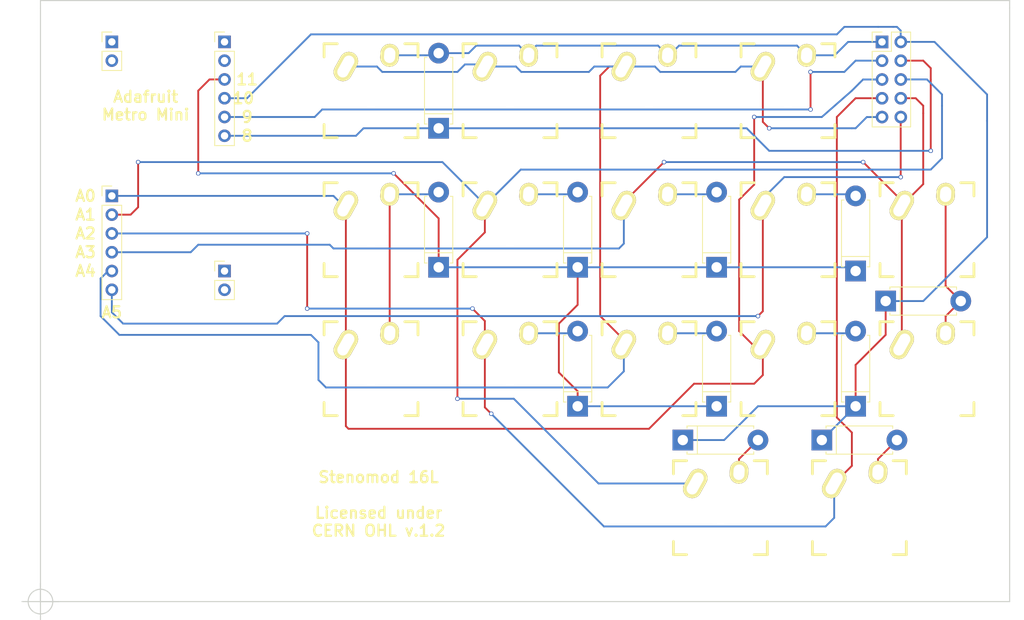
<source format=kicad_pcb>
(kicad_pcb (version 4) (host pcbnew 4.0.7)

  (general
    (links 53)
    (no_connects 0)
    (area 82.843999 45.849 221.488572 131.024)
    (thickness 1.6)
    (drawings 21)
    (tracks 249)
    (zones 0)
    (modules 39)
    (nets 24)
  )

  (page A4)
  (layers
    (0 F.Cu signal)
    (31 B.Cu signal)
    (32 B.Adhes user)
    (33 F.Adhes user)
    (34 B.Paste user)
    (35 F.Paste user)
    (36 B.SilkS user)
    (37 F.SilkS user)
    (38 B.Mask user)
    (39 F.Mask user)
    (40 Dwgs.User user hide)
    (41 Cmts.User user)
    (42 Eco1.User user)
    (43 Eco2.User user)
    (44 Edge.Cuts user)
    (45 Margin user)
    (46 B.CrtYd user)
    (47 F.CrtYd user)
    (48 B.Fab user)
    (49 F.Fab user)
  )

  (setup
    (last_trace_width 0.25)
    (trace_clearance 0.2)
    (zone_clearance 0.508)
    (zone_45_only no)
    (trace_min 0.2)
    (segment_width 0.2)
    (edge_width 0.15)
    (via_size 0.6)
    (via_drill 0.4)
    (via_min_size 0.4)
    (via_min_drill 0.3)
    (uvia_size 0.3)
    (uvia_drill 0.1)
    (uvias_allowed no)
    (uvia_min_size 0.2)
    (uvia_min_drill 0.1)
    (pcb_text_width 0.3)
    (pcb_text_size 1.5 1.5)
    (mod_edge_width 0.15)
    (mod_text_size 1 1)
    (mod_text_width 0.15)
    (pad_size 1.524 1.524)
    (pad_drill 0.762)
    (pad_to_mask_clearance 0.2)
    (aux_axis_origin 88.392 128.524)
    (grid_origin 204.216 47.752)
    (visible_elements 7FFFF7FF)
    (pcbplotparams
      (layerselection 0x010e0_80000001)
      (usegerberextensions false)
      (excludeedgelayer true)
      (linewidth 0.100000)
      (plotframeref false)
      (viasonmask false)
      (mode 1)
      (useauxorigin false)
      (hpglpennumber 1)
      (hpglpenspeed 20)
      (hpglpendiameter 15)
      (hpglpenoverlay 2)
      (psnegative false)
      (psa4output false)
      (plotreference true)
      (plotvalue true)
      (plotinvisibletext false)
      (padsonsilk false)
      (subtractmaskfromsilk false)
      (outputformat 1)
      (mirror false)
      (drillshape 0)
      (scaleselection 1)
      (outputdirectory C:/Users/Charles-PC/Documents/stenomod-16L/))
  )

  (net 0 "")
  (net 1 "Net-(D1-Pad1)")
  (net 2 "Net-(D1-Pad2)")
  (net 3 "Net-(D2-Pad1)")
  (net 4 "Net-(D2-Pad2)")
  (net 5 "Net-(D3-Pad2)")
  (net 6 "Net-(D4-Pad2)")
  (net 7 "Net-(D5-Pad2)")
  (net 8 "Net-(D10-Pad1)")
  (net 9 "Net-(D6-Pad2)")
  (net 10 "Net-(D7-Pad2)")
  (net 11 "Net-(D8-Pad2)")
  (net 12 "Net-(D9-Pad2)")
  (net 13 "Net-(D10-Pad2)")
  (net 14 "Net-(D11-Pad2)")
  (net 15 "Net-(J1-Pad1)")
  (net 16 "Net-(J1-Pad2)")
  (net 17 "Net-(J1-Pad5)")
  (net 18 "Net-(J2-Pad1)")
  (net 19 "Net-(J2-Pad2)")
  (net 20 "Net-(J2-Pad3)")
  (net 21 "Net-(J2-Pad4)")
  (net 22 "Net-(J2-Pad5)")
  (net 23 "Net-(J2-Pad6)")

  (net_class Default "This is the default net class."
    (clearance 0.2)
    (trace_width 0.25)
    (via_dia 0.6)
    (via_drill 0.4)
    (uvia_dia 0.3)
    (uvia_drill 0.1)
    (add_net "Net-(D1-Pad1)")
    (add_net "Net-(D1-Pad2)")
    (add_net "Net-(D10-Pad1)")
    (add_net "Net-(D10-Pad2)")
    (add_net "Net-(D11-Pad2)")
    (add_net "Net-(D2-Pad1)")
    (add_net "Net-(D2-Pad2)")
    (add_net "Net-(D3-Pad2)")
    (add_net "Net-(D4-Pad2)")
    (add_net "Net-(D5-Pad2)")
    (add_net "Net-(D6-Pad2)")
    (add_net "Net-(D7-Pad2)")
    (add_net "Net-(D8-Pad2)")
    (add_net "Net-(D9-Pad2)")
    (add_net "Net-(J1-Pad1)")
    (add_net "Net-(J1-Pad2)")
    (add_net "Net-(J1-Pad5)")
    (add_net "Net-(J2-Pad1)")
    (add_net "Net-(J2-Pad2)")
    (add_net "Net-(J2-Pad3)")
    (add_net "Net-(J2-Pad4)")
    (add_net "Net-(J2-Pad5)")
    (add_net "Net-(J2-Pad6)")
  )

  (module Pin_Headers:Pin_Header_Straight_1x02_Pitch2.54mm (layer F.Cu) (tedit 5ADA945D) (tstamp 5AD97E83)
    (at 98.044 52.832)
    (descr "Through hole straight pin header, 1x02, 2.54mm pitch, single row")
    (tags "Through hole pin header THT 1x02 2.54mm single row")
    (fp_text reference REF** (at 0 -2.33) (layer F.Adhes) hide
      (effects (font (size 1 1) (thickness 0.15)))
    )
    (fp_text value Pin_Header_Straight_1x02_Pitch2.54mm (at 0 4.87) (layer F.Fab)
      (effects (font (size 1 1) (thickness 0.15)))
    )
    (fp_line (start -0.635 -1.27) (end 1.27 -1.27) (layer F.Fab) (width 0.1))
    (fp_line (start 1.27 -1.27) (end 1.27 3.81) (layer F.Fab) (width 0.1))
    (fp_line (start 1.27 3.81) (end -1.27 3.81) (layer F.Fab) (width 0.1))
    (fp_line (start -1.27 3.81) (end -1.27 -0.635) (layer F.Fab) (width 0.1))
    (fp_line (start -1.27 -0.635) (end -0.635 -1.27) (layer F.Fab) (width 0.1))
    (fp_line (start -1.33 3.87) (end 1.33 3.87) (layer F.SilkS) (width 0.12))
    (fp_line (start -1.33 1.27) (end -1.33 3.87) (layer F.SilkS) (width 0.12))
    (fp_line (start 1.33 1.27) (end 1.33 3.87) (layer F.SilkS) (width 0.12))
    (fp_line (start -1.33 1.27) (end 1.33 1.27) (layer F.SilkS) (width 0.12))
    (fp_line (start -1.33 0) (end -1.33 -1.33) (layer F.SilkS) (width 0.12))
    (fp_line (start -1.33 -1.33) (end 0 -1.33) (layer F.SilkS) (width 0.12))
    (fp_line (start -1.8 -1.8) (end -1.8 4.35) (layer F.CrtYd) (width 0.05))
    (fp_line (start -1.8 4.35) (end 1.8 4.35) (layer F.CrtYd) (width 0.05))
    (fp_line (start 1.8 4.35) (end 1.8 -1.8) (layer F.CrtYd) (width 0.05))
    (fp_line (start 1.8 -1.8) (end -1.8 -1.8) (layer F.CrtYd) (width 0.05))
    (fp_text user %R (at 0 1.27 90) (layer F.Fab)
      (effects (font (size 1 1) (thickness 0.15)))
    )
    (pad 1 thru_hole rect (at 0 0) (size 1.7 1.7) (drill 1) (layers *.Cu *.Mask))
    (pad 2 thru_hole oval (at 0 2.54) (size 1.7 1.7) (drill 1) (layers *.Cu *.Mask))
    (model ${KISYS3DMOD}/Pin_Headers.3dshapes/Pin_Header_Straight_1x02_Pitch2.54mm.wrl
      (at (xyz 0 0 0))
      (scale (xyz 1 1 1))
      (rotate (xyz 0 0 0))
    )
  )

  (module Mounting_Holes:MountingHole_4.5mm (layer F.Cu) (tedit 5ADA9434) (tstamp 5AD96995)
    (at 213.36 123.444)
    (descr "Mounting Hole 4.5mm, no annular")
    (tags "mounting hole 4.5mm no annular")
    (attr virtual)
    (fp_text reference REF** (at 0 -5.5) (layer F.SilkS) hide
      (effects (font (size 1 1) (thickness 0.15)))
    )
    (fp_text value MountingHole_4.5mm (at 0 5.5) (layer F.Fab)
      (effects (font (size 1 1) (thickness 0.15)))
    )
    (fp_text user %R (at 0.3 0) (layer F.Fab)
      (effects (font (size 1 1) (thickness 0.15)))
    )
    (fp_circle (center 0 0) (end 4.5 0) (layer Cmts.User) (width 0.15))
    (fp_circle (center 0 0) (end 4.75 0) (layer F.CrtYd) (width 0.05))
    (pad 1 np_thru_hole circle (at 0 0) (size 4.5 4.5) (drill 4.5) (layers *.Cu *.Mask))
  )

  (module Mounting_Holes:MountingHole_3.5mm (layer F.Cu) (tedit 5ADA969E) (tstamp 5AD96928)
    (at 92.964 121.92)
    (descr "Mounting Hole 3.5mm, no annular")
    (tags "mounting hole 3.5mm no annular")
    (attr virtual)
    (fp_text reference REF** (at 0 -4.5) (layer F.SilkS) hide
      (effects (font (size 1 1) (thickness 0.15)))
    )
    (fp_text value MountingHole_3.5mm (at 0 4.5) (layer F.Fab)
      (effects (font (size 1 1) (thickness 0.15)))
    )
    (fp_text user %R (at 0.3 0) (layer F.Fab)
      (effects (font (size 1 1) (thickness 0.15)))
    )
    (fp_circle (center 0 0) (end 3.5 0) (layer Cmts.User) (width 0.15))
    (fp_circle (center 0 0) (end 3.75 0) (layer F.CrtYd) (width 0.05))
    (pad 1 np_thru_hole circle (at 0 0) (size 3.5 3.5) (drill 3.5) (layers *.Cu *.Mask))
  )

  (module Mounting_Holes:MountingHole_3.5mm (layer F.Cu) (tedit 5ADA9692) (tstamp 5AD96921)
    (at 92.964 86.868)
    (descr "Mounting Hole 3.5mm, no annular")
    (tags "mounting hole 3.5mm no annular")
    (attr virtual)
    (fp_text reference REF** (at 0 -4.5) (layer F.SilkS) hide
      (effects (font (size 1 1) (thickness 0.15)))
    )
    (fp_text value MountingHole_3.5mm (at 0 4.5) (layer F.Fab)
      (effects (font (size 1 1) (thickness 0.15)))
    )
    (fp_text user %R (at 0.3 0) (layer F.Fab)
      (effects (font (size 1 1) (thickness 0.15)))
    )
    (fp_circle (center 0 0) (end 3.5 0) (layer Cmts.User) (width 0.15))
    (fp_circle (center 0 0) (end 3.75 0) (layer F.CrtYd) (width 0.05))
    (pad 1 np_thru_hole circle (at 0 0) (size 3.5 3.5) (drill 3.5) (layers *.Cu *.Mask))
  )

  (module Mounting_Holes:MountingHole_3.5mm (layer F.Cu) (tedit 5ADA94CF) (tstamp 5AD9691A)
    (at 118.364 86.868)
    (descr "Mounting Hole 3.5mm, no annular")
    (tags "mounting hole 3.5mm no annular")
    (attr virtual)
    (fp_text reference REF** (at 0 -4.5) (layer F.SilkS) hide
      (effects (font (size 1 1) (thickness 0.15)))
    )
    (fp_text value MountingHole_3.5mm (at 0 4.5) (layer F.Fab)
      (effects (font (size 1 1) (thickness 0.15)))
    )
    (fp_text user %R (at 0.3 0) (layer F.Fab)
      (effects (font (size 1 1) (thickness 0.15)))
    )
    (fp_circle (center 0 0) (end 3.5 0) (layer Cmts.User) (width 0.15))
    (fp_circle (center 0 0) (end 3.75 0) (layer F.CrtYd) (width 0.05))
    (pad 1 np_thru_hole circle (at 0 0) (size 3.5 3.5) (drill 3.5) (layers *.Cu *.Mask))
  )

  (module Mounting_Holes:MountingHole_3.5mm (layer F.Cu) (tedit 5ADA946B) (tstamp 5AD96913)
    (at 92.964 53.848)
    (descr "Mounting Hole 3.5mm, no annular")
    (tags "mounting hole 3.5mm no annular")
    (attr virtual)
    (fp_text reference REF** (at 0 -4.5) (layer F.SilkS) hide
      (effects (font (size 1 1) (thickness 0.15)))
    )
    (fp_text value MountingHole_3.5mm (at 0 4.5) (layer F.Fab)
      (effects (font (size 1 1) (thickness 0.15)))
    )
    (fp_text user %R (at 0.3 0) (layer F.Fab)
      (effects (font (size 1 1) (thickness 0.15)))
    )
    (fp_circle (center 0 0) (end 3.5 0) (layer Cmts.User) (width 0.15))
    (fp_circle (center 0 0) (end 3.75 0) (layer F.CrtYd) (width 0.05))
    (pad 1 np_thru_hole circle (at 0 0) (size 3.5 3.5) (drill 3.5) (layers *.Cu *.Mask))
  )

  (module Diodes_ThroughHole:D_5W_P10.16mm_Horizontal (layer F.Cu) (tedit 5ADBBA1A) (tstamp 5AD93CDC)
    (at 142.24 64.516 90)
    (descr "D, 5W series, Axial, Horizontal, pin pitch=10.16mm, , length*diameter=8.9*3.7mm^2, , http://www.diodes.com/_files/packages/8686949.gif")
    (tags "D 5W series Axial Horizontal pin pitch 10.16mm  length 8.9mm diameter 3.7mm")
    (path /5AD81C49)
    (fp_text reference D1 (at 5.08 -2.91 90) (layer F.SilkS) hide
      (effects (font (size 1 1) (thickness 0.15)))
    )
    (fp_text value D (at 5.08 2.91 90) (layer F.Fab)
      (effects (font (size 1 1) (thickness 0.15)))
    )
    (fp_text user %R (at 5.08 0 90) (layer F.Fab)
      (effects (font (size 1 1) (thickness 0.15)))
    )
    (fp_line (start 0.63 -1.85) (end 0.63 1.85) (layer F.Fab) (width 0.1))
    (fp_line (start 0.63 1.85) (end 9.53 1.85) (layer F.Fab) (width 0.1))
    (fp_line (start 9.53 1.85) (end 9.53 -1.85) (layer F.Fab) (width 0.1))
    (fp_line (start 9.53 -1.85) (end 0.63 -1.85) (layer F.Fab) (width 0.1))
    (fp_line (start 0 0) (end 0.63 0) (layer F.Fab) (width 0.1))
    (fp_line (start 10.16 0) (end 9.53 0) (layer F.Fab) (width 0.1))
    (fp_line (start 1.965 -1.85) (end 1.965 1.85) (layer F.Fab) (width 0.1))
    (fp_line (start 0.57 -1.58) (end 0.57 -1.91) (layer F.SilkS) (width 0.12))
    (fp_line (start 0.57 -1.91) (end 9.59 -1.91) (layer F.SilkS) (width 0.12))
    (fp_line (start 9.59 -1.91) (end 9.59 -1.58) (layer F.SilkS) (width 0.12))
    (fp_line (start 0.57 1.58) (end 0.57 1.91) (layer F.SilkS) (width 0.12))
    (fp_line (start 0.57 1.91) (end 9.59 1.91) (layer F.SilkS) (width 0.12))
    (fp_line (start 9.59 1.91) (end 9.59 1.58) (layer F.SilkS) (width 0.12))
    (fp_line (start 1.965 -1.91) (end 1.965 1.91) (layer F.SilkS) (width 0.12))
    (fp_line (start -1.65 -2.2) (end -1.65 2.2) (layer F.CrtYd) (width 0.05))
    (fp_line (start -1.65 2.2) (end 11.85 2.2) (layer F.CrtYd) (width 0.05))
    (fp_line (start 11.85 2.2) (end 11.85 -2.2) (layer F.CrtYd) (width 0.05))
    (fp_line (start 11.85 -2.2) (end -1.65 -2.2) (layer F.CrtYd) (width 0.05))
    (pad 1 thru_hole rect (at 0 0 90) (size 2.8 2.8) (drill 1.4) (layers *.Cu *.Mask)
      (net 1 "Net-(D1-Pad1)"))
    (pad 2 thru_hole oval (at 10.16 0 90) (size 2.8 2.8) (drill 1.4) (layers *.Cu *.Mask)
      (net 2 "Net-(D1-Pad2)"))
    (model ${KISYS3DMOD}/Diodes_THT.3dshapes/D_5W_P10.16mm_Horizontal.wrl
      (at (xyz 0 0 0))
      (scale (xyz 0.393701 0.393701 0.393701))
      (rotate (xyz 0 0 0))
    )
  )

  (module Diodes_ThroughHole:D_5W_P10.16mm_Horizontal (layer F.Cu) (tedit 5ADBBA5A) (tstamp 5AD93CE2)
    (at 198.628 83.82 90)
    (descr "D, 5W series, Axial, Horizontal, pin pitch=10.16mm, , length*diameter=8.9*3.7mm^2, , http://www.diodes.com/_files/packages/8686949.gif")
    (tags "D 5W series Axial Horizontal pin pitch 10.16mm  length 8.9mm diameter 3.7mm")
    (path /5AD82DF3)
    (fp_text reference D2 (at 5.08 -2.91 90) (layer F.SilkS) hide
      (effects (font (size 1 1) (thickness 0.15)))
    )
    (fp_text value D (at 5.08 2.91 90) (layer F.Fab)
      (effects (font (size 1 1) (thickness 0.15)))
    )
    (fp_text user %R (at 5.08 0 90) (layer F.Fab)
      (effects (font (size 1 1) (thickness 0.15)))
    )
    (fp_line (start 0.63 -1.85) (end 0.63 1.85) (layer F.Fab) (width 0.1))
    (fp_line (start 0.63 1.85) (end 9.53 1.85) (layer F.Fab) (width 0.1))
    (fp_line (start 9.53 1.85) (end 9.53 -1.85) (layer F.Fab) (width 0.1))
    (fp_line (start 9.53 -1.85) (end 0.63 -1.85) (layer F.Fab) (width 0.1))
    (fp_line (start 0 0) (end 0.63 0) (layer F.Fab) (width 0.1))
    (fp_line (start 10.16 0) (end 9.53 0) (layer F.Fab) (width 0.1))
    (fp_line (start 1.965 -1.85) (end 1.965 1.85) (layer F.Fab) (width 0.1))
    (fp_line (start 0.57 -1.58) (end 0.57 -1.91) (layer F.SilkS) (width 0.12))
    (fp_line (start 0.57 -1.91) (end 9.59 -1.91) (layer F.SilkS) (width 0.12))
    (fp_line (start 9.59 -1.91) (end 9.59 -1.58) (layer F.SilkS) (width 0.12))
    (fp_line (start 0.57 1.58) (end 0.57 1.91) (layer F.SilkS) (width 0.12))
    (fp_line (start 0.57 1.91) (end 9.59 1.91) (layer F.SilkS) (width 0.12))
    (fp_line (start 9.59 1.91) (end 9.59 1.58) (layer F.SilkS) (width 0.12))
    (fp_line (start 1.965 -1.91) (end 1.965 1.91) (layer F.SilkS) (width 0.12))
    (fp_line (start -1.65 -2.2) (end -1.65 2.2) (layer F.CrtYd) (width 0.05))
    (fp_line (start -1.65 2.2) (end 11.85 2.2) (layer F.CrtYd) (width 0.05))
    (fp_line (start 11.85 2.2) (end 11.85 -2.2) (layer F.CrtYd) (width 0.05))
    (fp_line (start 11.85 -2.2) (end -1.65 -2.2) (layer F.CrtYd) (width 0.05))
    (pad 1 thru_hole rect (at 0 0 90) (size 2.8 2.8) (drill 1.4) (layers *.Cu *.Mask)
      (net 3 "Net-(D2-Pad1)"))
    (pad 2 thru_hole oval (at 10.16 0 90) (size 2.8 2.8) (drill 1.4) (layers *.Cu *.Mask)
      (net 4 "Net-(D2-Pad2)"))
    (model ${KISYS3DMOD}/Diodes_THT.3dshapes/D_5W_P10.16mm_Horizontal.wrl
      (at (xyz 0 0 0))
      (scale (xyz 0.393701 0.393701 0.393701))
      (rotate (xyz 0 0 0))
    )
  )

  (module Diodes_ThroughHole:D_5W_P10.16mm_Horizontal (layer F.Cu) (tedit 5ADBBA49) (tstamp 5AD93CE8)
    (at 179.832 83.312 90)
    (descr "D, 5W series, Axial, Horizontal, pin pitch=10.16mm, , length*diameter=8.9*3.7mm^2, , http://www.diodes.com/_files/packages/8686949.gif")
    (tags "D 5W series Axial Horizontal pin pitch 10.16mm  length 8.9mm diameter 3.7mm")
    (path /5AD82D03)
    (fp_text reference D3 (at 5.08 -2.91 90) (layer F.SilkS) hide
      (effects (font (size 1 1) (thickness 0.15)))
    )
    (fp_text value D (at 5.08 2.91 90) (layer F.Fab)
      (effects (font (size 1 1) (thickness 0.15)))
    )
    (fp_text user %R (at 5.08 0 90) (layer F.Fab)
      (effects (font (size 1 1) (thickness 0.15)))
    )
    (fp_line (start 0.63 -1.85) (end 0.63 1.85) (layer F.Fab) (width 0.1))
    (fp_line (start 0.63 1.85) (end 9.53 1.85) (layer F.Fab) (width 0.1))
    (fp_line (start 9.53 1.85) (end 9.53 -1.85) (layer F.Fab) (width 0.1))
    (fp_line (start 9.53 -1.85) (end 0.63 -1.85) (layer F.Fab) (width 0.1))
    (fp_line (start 0 0) (end 0.63 0) (layer F.Fab) (width 0.1))
    (fp_line (start 10.16 0) (end 9.53 0) (layer F.Fab) (width 0.1))
    (fp_line (start 1.965 -1.85) (end 1.965 1.85) (layer F.Fab) (width 0.1))
    (fp_line (start 0.57 -1.58) (end 0.57 -1.91) (layer F.SilkS) (width 0.12))
    (fp_line (start 0.57 -1.91) (end 9.59 -1.91) (layer F.SilkS) (width 0.12))
    (fp_line (start 9.59 -1.91) (end 9.59 -1.58) (layer F.SilkS) (width 0.12))
    (fp_line (start 0.57 1.58) (end 0.57 1.91) (layer F.SilkS) (width 0.12))
    (fp_line (start 0.57 1.91) (end 9.59 1.91) (layer F.SilkS) (width 0.12))
    (fp_line (start 9.59 1.91) (end 9.59 1.58) (layer F.SilkS) (width 0.12))
    (fp_line (start 1.965 -1.91) (end 1.965 1.91) (layer F.SilkS) (width 0.12))
    (fp_line (start -1.65 -2.2) (end -1.65 2.2) (layer F.CrtYd) (width 0.05))
    (fp_line (start -1.65 2.2) (end 11.85 2.2) (layer F.CrtYd) (width 0.05))
    (fp_line (start 11.85 2.2) (end 11.85 -2.2) (layer F.CrtYd) (width 0.05))
    (fp_line (start 11.85 -2.2) (end -1.65 -2.2) (layer F.CrtYd) (width 0.05))
    (pad 1 thru_hole rect (at 0 0 90) (size 2.8 2.8) (drill 1.4) (layers *.Cu *.Mask)
      (net 3 "Net-(D2-Pad1)"))
    (pad 2 thru_hole oval (at 10.16 0 90) (size 2.8 2.8) (drill 1.4) (layers *.Cu *.Mask)
      (net 5 "Net-(D3-Pad2)"))
    (model ${KISYS3DMOD}/Diodes_THT.3dshapes/D_5W_P10.16mm_Horizontal.wrl
      (at (xyz 0 0 0))
      (scale (xyz 0.393701 0.393701 0.393701))
      (rotate (xyz 0 0 0))
    )
  )

  (module Diodes_ThroughHole:D_5W_P10.16mm_Horizontal (layer F.Cu) (tedit 5ADBBA3A) (tstamp 5AD93CEE)
    (at 161.036 83.312 90)
    (descr "D, 5W series, Axial, Horizontal, pin pitch=10.16mm, , length*diameter=8.9*3.7mm^2, , http://www.diodes.com/_files/packages/8686949.gif")
    (tags "D 5W series Axial Horizontal pin pitch 10.16mm  length 8.9mm diameter 3.7mm")
    (path /5AD82C7B)
    (fp_text reference D4 (at 5.08 -2.91 90) (layer F.SilkS) hide
      (effects (font (size 1 1) (thickness 0.15)))
    )
    (fp_text value D (at 5.08 2.91 90) (layer F.Fab)
      (effects (font (size 1 1) (thickness 0.15)))
    )
    (fp_text user %R (at 5.08 0 90) (layer F.Fab)
      (effects (font (size 1 1) (thickness 0.15)))
    )
    (fp_line (start 0.63 -1.85) (end 0.63 1.85) (layer F.Fab) (width 0.1))
    (fp_line (start 0.63 1.85) (end 9.53 1.85) (layer F.Fab) (width 0.1))
    (fp_line (start 9.53 1.85) (end 9.53 -1.85) (layer F.Fab) (width 0.1))
    (fp_line (start 9.53 -1.85) (end 0.63 -1.85) (layer F.Fab) (width 0.1))
    (fp_line (start 0 0) (end 0.63 0) (layer F.Fab) (width 0.1))
    (fp_line (start 10.16 0) (end 9.53 0) (layer F.Fab) (width 0.1))
    (fp_line (start 1.965 -1.85) (end 1.965 1.85) (layer F.Fab) (width 0.1))
    (fp_line (start 0.57 -1.58) (end 0.57 -1.91) (layer F.SilkS) (width 0.12))
    (fp_line (start 0.57 -1.91) (end 9.59 -1.91) (layer F.SilkS) (width 0.12))
    (fp_line (start 9.59 -1.91) (end 9.59 -1.58) (layer F.SilkS) (width 0.12))
    (fp_line (start 0.57 1.58) (end 0.57 1.91) (layer F.SilkS) (width 0.12))
    (fp_line (start 0.57 1.91) (end 9.59 1.91) (layer F.SilkS) (width 0.12))
    (fp_line (start 9.59 1.91) (end 9.59 1.58) (layer F.SilkS) (width 0.12))
    (fp_line (start 1.965 -1.91) (end 1.965 1.91) (layer F.SilkS) (width 0.12))
    (fp_line (start -1.65 -2.2) (end -1.65 2.2) (layer F.CrtYd) (width 0.05))
    (fp_line (start -1.65 2.2) (end 11.85 2.2) (layer F.CrtYd) (width 0.05))
    (fp_line (start 11.85 2.2) (end 11.85 -2.2) (layer F.CrtYd) (width 0.05))
    (fp_line (start 11.85 -2.2) (end -1.65 -2.2) (layer F.CrtYd) (width 0.05))
    (pad 1 thru_hole rect (at 0 0 90) (size 2.8 2.8) (drill 1.4) (layers *.Cu *.Mask)
      (net 3 "Net-(D2-Pad1)"))
    (pad 2 thru_hole oval (at 10.16 0 90) (size 2.8 2.8) (drill 1.4) (layers *.Cu *.Mask)
      (net 6 "Net-(D4-Pad2)"))
    (model ${KISYS3DMOD}/Diodes_THT.3dshapes/D_5W_P10.16mm_Horizontal.wrl
      (at (xyz 0 0 0))
      (scale (xyz 0.393701 0.393701 0.393701))
      (rotate (xyz 0 0 0))
    )
  )

  (module Diodes_ThroughHole:D_5W_P10.16mm_Horizontal (layer F.Cu) (tedit 5ADBBA2C) (tstamp 5AD93CF4)
    (at 142.24 83.312 90)
    (descr "D, 5W series, Axial, Horizontal, pin pitch=10.16mm, , length*diameter=8.9*3.7mm^2, , http://www.diodes.com/_files/packages/8686949.gif")
    (tags "D 5W series Axial Horizontal pin pitch 10.16mm  length 8.9mm diameter 3.7mm")
    (path /5AD82BEF)
    (fp_text reference D5 (at 5.08 -2.91 90) (layer F.SilkS) hide
      (effects (font (size 1 1) (thickness 0.15)))
    )
    (fp_text value D (at 5.08 2.91 90) (layer F.Fab)
      (effects (font (size 1 1) (thickness 0.15)))
    )
    (fp_text user %R (at 5.08 0 90) (layer F.Fab)
      (effects (font (size 1 1) (thickness 0.15)))
    )
    (fp_line (start 0.63 -1.85) (end 0.63 1.85) (layer F.Fab) (width 0.1))
    (fp_line (start 0.63 1.85) (end 9.53 1.85) (layer F.Fab) (width 0.1))
    (fp_line (start 9.53 1.85) (end 9.53 -1.85) (layer F.Fab) (width 0.1))
    (fp_line (start 9.53 -1.85) (end 0.63 -1.85) (layer F.Fab) (width 0.1))
    (fp_line (start 0 0) (end 0.63 0) (layer F.Fab) (width 0.1))
    (fp_line (start 10.16 0) (end 9.53 0) (layer F.Fab) (width 0.1))
    (fp_line (start 1.965 -1.85) (end 1.965 1.85) (layer F.Fab) (width 0.1))
    (fp_line (start 0.57 -1.58) (end 0.57 -1.91) (layer F.SilkS) (width 0.12))
    (fp_line (start 0.57 -1.91) (end 9.59 -1.91) (layer F.SilkS) (width 0.12))
    (fp_line (start 9.59 -1.91) (end 9.59 -1.58) (layer F.SilkS) (width 0.12))
    (fp_line (start 0.57 1.58) (end 0.57 1.91) (layer F.SilkS) (width 0.12))
    (fp_line (start 0.57 1.91) (end 9.59 1.91) (layer F.SilkS) (width 0.12))
    (fp_line (start 9.59 1.91) (end 9.59 1.58) (layer F.SilkS) (width 0.12))
    (fp_line (start 1.965 -1.91) (end 1.965 1.91) (layer F.SilkS) (width 0.12))
    (fp_line (start -1.65 -2.2) (end -1.65 2.2) (layer F.CrtYd) (width 0.05))
    (fp_line (start -1.65 2.2) (end 11.85 2.2) (layer F.CrtYd) (width 0.05))
    (fp_line (start 11.85 2.2) (end 11.85 -2.2) (layer F.CrtYd) (width 0.05))
    (fp_line (start 11.85 -2.2) (end -1.65 -2.2) (layer F.CrtYd) (width 0.05))
    (pad 1 thru_hole rect (at 0 0 90) (size 2.8 2.8) (drill 1.4) (layers *.Cu *.Mask)
      (net 3 "Net-(D2-Pad1)"))
    (pad 2 thru_hole oval (at 10.16 0 90) (size 2.8 2.8) (drill 1.4) (layers *.Cu *.Mask)
      (net 7 "Net-(D5-Pad2)"))
    (model ${KISYS3DMOD}/Diodes_THT.3dshapes/D_5W_P10.16mm_Horizontal.wrl
      (at (xyz 0 0 0))
      (scale (xyz 0.393701 0.393701 0.393701))
      (rotate (xyz 0 0 0))
    )
  )

  (module Diodes_ThroughHole:D_5W_P10.16mm_Horizontal (layer F.Cu) (tedit 5ADBBA6F) (tstamp 5AD93CFA)
    (at 202.692 87.884)
    (descr "D, 5W series, Axial, Horizontal, pin pitch=10.16mm, , length*diameter=8.9*3.7mm^2, , http://www.diodes.com/_files/packages/8686949.gif")
    (tags "D 5W series Axial Horizontal pin pitch 10.16mm  length 8.9mm diameter 3.7mm")
    (path /5AD82A47)
    (fp_text reference D6 (at 5.08 -2.91) (layer F.SilkS) hide
      (effects (font (size 1 1) (thickness 0.15)))
    )
    (fp_text value D (at 5.08 2.91) (layer F.Fab)
      (effects (font (size 1 1) (thickness 0.15)))
    )
    (fp_text user %R (at 5.08 0) (layer F.Fab)
      (effects (font (size 1 1) (thickness 0.15)))
    )
    (fp_line (start 0.63 -1.85) (end 0.63 1.85) (layer F.Fab) (width 0.1))
    (fp_line (start 0.63 1.85) (end 9.53 1.85) (layer F.Fab) (width 0.1))
    (fp_line (start 9.53 1.85) (end 9.53 -1.85) (layer F.Fab) (width 0.1))
    (fp_line (start 9.53 -1.85) (end 0.63 -1.85) (layer F.Fab) (width 0.1))
    (fp_line (start 0 0) (end 0.63 0) (layer F.Fab) (width 0.1))
    (fp_line (start 10.16 0) (end 9.53 0) (layer F.Fab) (width 0.1))
    (fp_line (start 1.965 -1.85) (end 1.965 1.85) (layer F.Fab) (width 0.1))
    (fp_line (start 0.57 -1.58) (end 0.57 -1.91) (layer F.SilkS) (width 0.12))
    (fp_line (start 0.57 -1.91) (end 9.59 -1.91) (layer F.SilkS) (width 0.12))
    (fp_line (start 9.59 -1.91) (end 9.59 -1.58) (layer F.SilkS) (width 0.12))
    (fp_line (start 0.57 1.58) (end 0.57 1.91) (layer F.SilkS) (width 0.12))
    (fp_line (start 0.57 1.91) (end 9.59 1.91) (layer F.SilkS) (width 0.12))
    (fp_line (start 9.59 1.91) (end 9.59 1.58) (layer F.SilkS) (width 0.12))
    (fp_line (start 1.965 -1.91) (end 1.965 1.91) (layer F.SilkS) (width 0.12))
    (fp_line (start -1.65 -2.2) (end -1.65 2.2) (layer F.CrtYd) (width 0.05))
    (fp_line (start -1.65 2.2) (end 11.85 2.2) (layer F.CrtYd) (width 0.05))
    (fp_line (start 11.85 2.2) (end 11.85 -2.2) (layer F.CrtYd) (width 0.05))
    (fp_line (start 11.85 -2.2) (end -1.65 -2.2) (layer F.CrtYd) (width 0.05))
    (pad 1 thru_hole rect (at 0 0) (size 2.8 2.8) (drill 1.4) (layers *.Cu *.Mask)
      (net 8 "Net-(D10-Pad1)"))
    (pad 2 thru_hole oval (at 10.16 0) (size 2.8 2.8) (drill 1.4) (layers *.Cu *.Mask)
      (net 9 "Net-(D6-Pad2)"))
    (model ${KISYS3DMOD}/Diodes_THT.3dshapes/D_5W_P10.16mm_Horizontal.wrl
      (at (xyz 0 0 0))
      (scale (xyz 0.393701 0.393701 0.393701))
      (rotate (xyz 0 0 0))
    )
  )

  (module Diodes_ThroughHole:D_5W_P10.16mm_Horizontal (layer F.Cu) (tedit 5ADBBA7E) (tstamp 5AD93D00)
    (at 198.628 102.108 90)
    (descr "D, 5W series, Axial, Horizontal, pin pitch=10.16mm, , length*diameter=8.9*3.7mm^2, , http://www.diodes.com/_files/packages/8686949.gif")
    (tags "D 5W series Axial Horizontal pin pitch 10.16mm  length 8.9mm diameter 3.7mm")
    (path /5AD832B5)
    (fp_text reference D7 (at 5.08 -2.91 90) (layer F.SilkS) hide
      (effects (font (size 1 1) (thickness 0.15)))
    )
    (fp_text value D (at 5.08 2.91 90) (layer F.Fab)
      (effects (font (size 1 1) (thickness 0.15)))
    )
    (fp_text user %R (at 5.08 0 90) (layer F.Fab)
      (effects (font (size 1 1) (thickness 0.15)))
    )
    (fp_line (start 0.63 -1.85) (end 0.63 1.85) (layer F.Fab) (width 0.1))
    (fp_line (start 0.63 1.85) (end 9.53 1.85) (layer F.Fab) (width 0.1))
    (fp_line (start 9.53 1.85) (end 9.53 -1.85) (layer F.Fab) (width 0.1))
    (fp_line (start 9.53 -1.85) (end 0.63 -1.85) (layer F.Fab) (width 0.1))
    (fp_line (start 0 0) (end 0.63 0) (layer F.Fab) (width 0.1))
    (fp_line (start 10.16 0) (end 9.53 0) (layer F.Fab) (width 0.1))
    (fp_line (start 1.965 -1.85) (end 1.965 1.85) (layer F.Fab) (width 0.1))
    (fp_line (start 0.57 -1.58) (end 0.57 -1.91) (layer F.SilkS) (width 0.12))
    (fp_line (start 0.57 -1.91) (end 9.59 -1.91) (layer F.SilkS) (width 0.12))
    (fp_line (start 9.59 -1.91) (end 9.59 -1.58) (layer F.SilkS) (width 0.12))
    (fp_line (start 0.57 1.58) (end 0.57 1.91) (layer F.SilkS) (width 0.12))
    (fp_line (start 0.57 1.91) (end 9.59 1.91) (layer F.SilkS) (width 0.12))
    (fp_line (start 9.59 1.91) (end 9.59 1.58) (layer F.SilkS) (width 0.12))
    (fp_line (start 1.965 -1.91) (end 1.965 1.91) (layer F.SilkS) (width 0.12))
    (fp_line (start -1.65 -2.2) (end -1.65 2.2) (layer F.CrtYd) (width 0.05))
    (fp_line (start -1.65 2.2) (end 11.85 2.2) (layer F.CrtYd) (width 0.05))
    (fp_line (start 11.85 2.2) (end 11.85 -2.2) (layer F.CrtYd) (width 0.05))
    (fp_line (start 11.85 -2.2) (end -1.65 -2.2) (layer F.CrtYd) (width 0.05))
    (pad 1 thru_hole rect (at 0 0 90) (size 2.8 2.8) (drill 1.4) (layers *.Cu *.Mask)
      (net 8 "Net-(D10-Pad1)"))
    (pad 2 thru_hole oval (at 10.16 0 90) (size 2.8 2.8) (drill 1.4) (layers *.Cu *.Mask)
      (net 10 "Net-(D7-Pad2)"))
    (model ${KISYS3DMOD}/Diodes_THT.3dshapes/D_5W_P10.16mm_Horizontal.wrl
      (at (xyz 0 0 0))
      (scale (xyz 0.393701 0.393701 0.393701))
      (rotate (xyz 0 0 0))
    )
  )

  (module Diodes_ThroughHole:D_5W_P10.16mm_Horizontal (layer F.Cu) (tedit 5ADBBA89) (tstamp 5AD93D06)
    (at 179.832 102.108 90)
    (descr "D, 5W series, Axial, Horizontal, pin pitch=10.16mm, , length*diameter=8.9*3.7mm^2, , http://www.diodes.com/_files/packages/8686949.gif")
    (tags "D 5W series Axial Horizontal pin pitch 10.16mm  length 8.9mm diameter 3.7mm")
    (path /5AD834A1)
    (fp_text reference D8 (at 5.08 -2.91 90) (layer F.SilkS) hide
      (effects (font (size 1 1) (thickness 0.15)))
    )
    (fp_text value D (at 5.08 2.91 90) (layer F.Fab)
      (effects (font (size 1 1) (thickness 0.15)))
    )
    (fp_text user %R (at 5.08 0 90) (layer F.Fab)
      (effects (font (size 1 1) (thickness 0.15)))
    )
    (fp_line (start 0.63 -1.85) (end 0.63 1.85) (layer F.Fab) (width 0.1))
    (fp_line (start 0.63 1.85) (end 9.53 1.85) (layer F.Fab) (width 0.1))
    (fp_line (start 9.53 1.85) (end 9.53 -1.85) (layer F.Fab) (width 0.1))
    (fp_line (start 9.53 -1.85) (end 0.63 -1.85) (layer F.Fab) (width 0.1))
    (fp_line (start 0 0) (end 0.63 0) (layer F.Fab) (width 0.1))
    (fp_line (start 10.16 0) (end 9.53 0) (layer F.Fab) (width 0.1))
    (fp_line (start 1.965 -1.85) (end 1.965 1.85) (layer F.Fab) (width 0.1))
    (fp_line (start 0.57 -1.58) (end 0.57 -1.91) (layer F.SilkS) (width 0.12))
    (fp_line (start 0.57 -1.91) (end 9.59 -1.91) (layer F.SilkS) (width 0.12))
    (fp_line (start 9.59 -1.91) (end 9.59 -1.58) (layer F.SilkS) (width 0.12))
    (fp_line (start 0.57 1.58) (end 0.57 1.91) (layer F.SilkS) (width 0.12))
    (fp_line (start 0.57 1.91) (end 9.59 1.91) (layer F.SilkS) (width 0.12))
    (fp_line (start 9.59 1.91) (end 9.59 1.58) (layer F.SilkS) (width 0.12))
    (fp_line (start 1.965 -1.91) (end 1.965 1.91) (layer F.SilkS) (width 0.12))
    (fp_line (start -1.65 -2.2) (end -1.65 2.2) (layer F.CrtYd) (width 0.05))
    (fp_line (start -1.65 2.2) (end 11.85 2.2) (layer F.CrtYd) (width 0.05))
    (fp_line (start 11.85 2.2) (end 11.85 -2.2) (layer F.CrtYd) (width 0.05))
    (fp_line (start 11.85 -2.2) (end -1.65 -2.2) (layer F.CrtYd) (width 0.05))
    (pad 1 thru_hole rect (at 0 0 90) (size 2.8 2.8) (drill 1.4) (layers *.Cu *.Mask)
      (net 3 "Net-(D2-Pad1)"))
    (pad 2 thru_hole oval (at 10.16 0 90) (size 2.8 2.8) (drill 1.4) (layers *.Cu *.Mask)
      (net 11 "Net-(D8-Pad2)"))
    (model ${KISYS3DMOD}/Diodes_THT.3dshapes/D_5W_P10.16mm_Horizontal.wrl
      (at (xyz 0 0 0))
      (scale (xyz 0.393701 0.393701 0.393701))
      (rotate (xyz 0 0 0))
    )
  )

  (module Diodes_ThroughHole:D_5W_P10.16mm_Horizontal (layer F.Cu) (tedit 5ADBBA9C) (tstamp 5AD93D0C)
    (at 161.036 102.108 90)
    (descr "D, 5W series, Axial, Horizontal, pin pitch=10.16mm, , length*diameter=8.9*3.7mm^2, , http://www.diodes.com/_files/packages/8686949.gif")
    (tags "D 5W series Axial Horizontal pin pitch 10.16mm  length 8.9mm diameter 3.7mm")
    (path /5AD83659)
    (fp_text reference D9 (at 5.08 -2.91 90) (layer F.SilkS) hide
      (effects (font (size 1 1) (thickness 0.15)))
    )
    (fp_text value D (at 5.08 2.91 90) (layer F.Fab)
      (effects (font (size 1 1) (thickness 0.15)))
    )
    (fp_text user %R (at 5.08 0 90) (layer F.Fab)
      (effects (font (size 1 1) (thickness 0.15)))
    )
    (fp_line (start 0.63 -1.85) (end 0.63 1.85) (layer F.Fab) (width 0.1))
    (fp_line (start 0.63 1.85) (end 9.53 1.85) (layer F.Fab) (width 0.1))
    (fp_line (start 9.53 1.85) (end 9.53 -1.85) (layer F.Fab) (width 0.1))
    (fp_line (start 9.53 -1.85) (end 0.63 -1.85) (layer F.Fab) (width 0.1))
    (fp_line (start 0 0) (end 0.63 0) (layer F.Fab) (width 0.1))
    (fp_line (start 10.16 0) (end 9.53 0) (layer F.Fab) (width 0.1))
    (fp_line (start 1.965 -1.85) (end 1.965 1.85) (layer F.Fab) (width 0.1))
    (fp_line (start 0.57 -1.58) (end 0.57 -1.91) (layer F.SilkS) (width 0.12))
    (fp_line (start 0.57 -1.91) (end 9.59 -1.91) (layer F.SilkS) (width 0.12))
    (fp_line (start 9.59 -1.91) (end 9.59 -1.58) (layer F.SilkS) (width 0.12))
    (fp_line (start 0.57 1.58) (end 0.57 1.91) (layer F.SilkS) (width 0.12))
    (fp_line (start 0.57 1.91) (end 9.59 1.91) (layer F.SilkS) (width 0.12))
    (fp_line (start 9.59 1.91) (end 9.59 1.58) (layer F.SilkS) (width 0.12))
    (fp_line (start 1.965 -1.91) (end 1.965 1.91) (layer F.SilkS) (width 0.12))
    (fp_line (start -1.65 -2.2) (end -1.65 2.2) (layer F.CrtYd) (width 0.05))
    (fp_line (start -1.65 2.2) (end 11.85 2.2) (layer F.CrtYd) (width 0.05))
    (fp_line (start 11.85 2.2) (end 11.85 -2.2) (layer F.CrtYd) (width 0.05))
    (fp_line (start 11.85 -2.2) (end -1.65 -2.2) (layer F.CrtYd) (width 0.05))
    (pad 1 thru_hole rect (at 0 0 90) (size 2.8 2.8) (drill 1.4) (layers *.Cu *.Mask)
      (net 3 "Net-(D2-Pad1)"))
    (pad 2 thru_hole oval (at 10.16 0 90) (size 2.8 2.8) (drill 1.4) (layers *.Cu *.Mask)
      (net 12 "Net-(D9-Pad2)"))
    (model ${KISYS3DMOD}/Diodes_THT.3dshapes/D_5W_P10.16mm_Horizontal.wrl
      (at (xyz 0 0 0))
      (scale (xyz 0.393701 0.393701 0.393701))
      (rotate (xyz 0 0 0))
    )
  )

  (module Diodes_ThroughHole:D_5W_P10.16mm_Horizontal (layer F.Cu) (tedit 5ADBBAB3) (tstamp 5AD93D12)
    (at 194.056 106.68)
    (descr "D, 5W series, Axial, Horizontal, pin pitch=10.16mm, , length*diameter=8.9*3.7mm^2, , http://www.diodes.com/_files/packages/8686949.gif")
    (tags "D 5W series Axial Horizontal pin pitch 10.16mm  length 8.9mm diameter 3.7mm")
    (path /5AD83BF3)
    (fp_text reference D10 (at 5.08 -2.91) (layer F.SilkS) hide
      (effects (font (size 1 1) (thickness 0.15)))
    )
    (fp_text value D (at 5.08 2.91) (layer F.Fab)
      (effects (font (size 1 1) (thickness 0.15)))
    )
    (fp_text user %R (at 5.08 0) (layer F.Fab)
      (effects (font (size 1 1) (thickness 0.15)))
    )
    (fp_line (start 0.63 -1.85) (end 0.63 1.85) (layer F.Fab) (width 0.1))
    (fp_line (start 0.63 1.85) (end 9.53 1.85) (layer F.Fab) (width 0.1))
    (fp_line (start 9.53 1.85) (end 9.53 -1.85) (layer F.Fab) (width 0.1))
    (fp_line (start 9.53 -1.85) (end 0.63 -1.85) (layer F.Fab) (width 0.1))
    (fp_line (start 0 0) (end 0.63 0) (layer F.Fab) (width 0.1))
    (fp_line (start 10.16 0) (end 9.53 0) (layer F.Fab) (width 0.1))
    (fp_line (start 1.965 -1.85) (end 1.965 1.85) (layer F.Fab) (width 0.1))
    (fp_line (start 0.57 -1.58) (end 0.57 -1.91) (layer F.SilkS) (width 0.12))
    (fp_line (start 0.57 -1.91) (end 9.59 -1.91) (layer F.SilkS) (width 0.12))
    (fp_line (start 9.59 -1.91) (end 9.59 -1.58) (layer F.SilkS) (width 0.12))
    (fp_line (start 0.57 1.58) (end 0.57 1.91) (layer F.SilkS) (width 0.12))
    (fp_line (start 0.57 1.91) (end 9.59 1.91) (layer F.SilkS) (width 0.12))
    (fp_line (start 9.59 1.91) (end 9.59 1.58) (layer F.SilkS) (width 0.12))
    (fp_line (start 1.965 -1.91) (end 1.965 1.91) (layer F.SilkS) (width 0.12))
    (fp_line (start -1.65 -2.2) (end -1.65 2.2) (layer F.CrtYd) (width 0.05))
    (fp_line (start -1.65 2.2) (end 11.85 2.2) (layer F.CrtYd) (width 0.05))
    (fp_line (start 11.85 2.2) (end 11.85 -2.2) (layer F.CrtYd) (width 0.05))
    (fp_line (start 11.85 -2.2) (end -1.65 -2.2) (layer F.CrtYd) (width 0.05))
    (pad 1 thru_hole rect (at 0 0) (size 2.8 2.8) (drill 1.4) (layers *.Cu *.Mask)
      (net 8 "Net-(D10-Pad1)"))
    (pad 2 thru_hole oval (at 10.16 0) (size 2.8 2.8) (drill 1.4) (layers *.Cu *.Mask)
      (net 13 "Net-(D10-Pad2)"))
    (model ${KISYS3DMOD}/Diodes_THT.3dshapes/D_5W_P10.16mm_Horizontal.wrl
      (at (xyz 0 0 0))
      (scale (xyz 0.393701 0.393701 0.393701))
      (rotate (xyz 0 0 0))
    )
  )

  (module Diodes_ThroughHole:D_5W_P10.16mm_Horizontal (layer F.Cu) (tedit 5ADBBAA8) (tstamp 5AD93D18)
    (at 175.26 106.68)
    (descr "D, 5W series, Axial, Horizontal, pin pitch=10.16mm, , length*diameter=8.9*3.7mm^2, , http://www.diodes.com/_files/packages/8686949.gif")
    (tags "D 5W series Axial Horizontal pin pitch 10.16mm  length 8.9mm diameter 3.7mm")
    (path /5AD83DBF)
    (fp_text reference D11 (at 5.08 -2.91) (layer F.SilkS) hide
      (effects (font (size 1 1) (thickness 0.15)))
    )
    (fp_text value D (at 5.08 2.91) (layer F.Fab)
      (effects (font (size 1 1) (thickness 0.15)))
    )
    (fp_text user %R (at 5.08 0) (layer F.Fab)
      (effects (font (size 1 1) (thickness 0.15)))
    )
    (fp_line (start 0.63 -1.85) (end 0.63 1.85) (layer F.Fab) (width 0.1))
    (fp_line (start 0.63 1.85) (end 9.53 1.85) (layer F.Fab) (width 0.1))
    (fp_line (start 9.53 1.85) (end 9.53 -1.85) (layer F.Fab) (width 0.1))
    (fp_line (start 9.53 -1.85) (end 0.63 -1.85) (layer F.Fab) (width 0.1))
    (fp_line (start 0 0) (end 0.63 0) (layer F.Fab) (width 0.1))
    (fp_line (start 10.16 0) (end 9.53 0) (layer F.Fab) (width 0.1))
    (fp_line (start 1.965 -1.85) (end 1.965 1.85) (layer F.Fab) (width 0.1))
    (fp_line (start 0.57 -1.58) (end 0.57 -1.91) (layer F.SilkS) (width 0.12))
    (fp_line (start 0.57 -1.91) (end 9.59 -1.91) (layer F.SilkS) (width 0.12))
    (fp_line (start 9.59 -1.91) (end 9.59 -1.58) (layer F.SilkS) (width 0.12))
    (fp_line (start 0.57 1.58) (end 0.57 1.91) (layer F.SilkS) (width 0.12))
    (fp_line (start 0.57 1.91) (end 9.59 1.91) (layer F.SilkS) (width 0.12))
    (fp_line (start 9.59 1.91) (end 9.59 1.58) (layer F.SilkS) (width 0.12))
    (fp_line (start 1.965 -1.91) (end 1.965 1.91) (layer F.SilkS) (width 0.12))
    (fp_line (start -1.65 -2.2) (end -1.65 2.2) (layer F.CrtYd) (width 0.05))
    (fp_line (start -1.65 2.2) (end 11.85 2.2) (layer F.CrtYd) (width 0.05))
    (fp_line (start 11.85 2.2) (end 11.85 -2.2) (layer F.CrtYd) (width 0.05))
    (fp_line (start 11.85 -2.2) (end -1.65 -2.2) (layer F.CrtYd) (width 0.05))
    (pad 1 thru_hole rect (at 0 0) (size 2.8 2.8) (drill 1.4) (layers *.Cu *.Mask)
      (net 8 "Net-(D10-Pad1)"))
    (pad 2 thru_hole oval (at 10.16 0) (size 2.8 2.8) (drill 1.4) (layers *.Cu *.Mask)
      (net 14 "Net-(D11-Pad2)"))
    (model ${KISYS3DMOD}/Diodes_THT.3dshapes/D_5W_P10.16mm_Horizontal.wrl
      (at (xyz 0 0 0))
      (scale (xyz 0.393701 0.393701 0.393701))
      (rotate (xyz 0 0 0))
    )
  )

  (module Pin_Headers:Pin_Header_Straight_1x06_Pitch2.54mm (layer F.Cu) (tedit 5ADBB912) (tstamp 5AD93D22)
    (at 113.284 52.832)
    (descr "Through hole straight pin header, 1x06, 2.54mm pitch, single row")
    (tags "Through hole pin header THT 1x06 2.54mm single row")
    (path /5AD86B23)
    (fp_text reference J1 (at 0 -2.33) (layer F.SilkS) hide
      (effects (font (size 1 1) (thickness 0.15)))
    )
    (fp_text value Conn_01x06 (at 0 15.03) (layer F.Fab)
      (effects (font (size 1 1) (thickness 0.15)))
    )
    (fp_line (start -0.635 -1.27) (end 1.27 -1.27) (layer F.Fab) (width 0.1))
    (fp_line (start 1.27 -1.27) (end 1.27 13.97) (layer F.Fab) (width 0.1))
    (fp_line (start 1.27 13.97) (end -1.27 13.97) (layer F.Fab) (width 0.1))
    (fp_line (start -1.27 13.97) (end -1.27 -0.635) (layer F.Fab) (width 0.1))
    (fp_line (start -1.27 -0.635) (end -0.635 -1.27) (layer F.Fab) (width 0.1))
    (fp_line (start -1.33 14.03) (end 1.33 14.03) (layer F.SilkS) (width 0.12))
    (fp_line (start -1.33 1.27) (end -1.33 14.03) (layer F.SilkS) (width 0.12))
    (fp_line (start 1.33 1.27) (end 1.33 14.03) (layer F.SilkS) (width 0.12))
    (fp_line (start -1.33 1.27) (end 1.33 1.27) (layer F.SilkS) (width 0.12))
    (fp_line (start -1.33 0) (end -1.33 -1.33) (layer F.SilkS) (width 0.12))
    (fp_line (start -1.33 -1.33) (end 0 -1.33) (layer F.SilkS) (width 0.12))
    (fp_line (start -1.8 -1.8) (end -1.8 14.5) (layer F.CrtYd) (width 0.05))
    (fp_line (start -1.8 14.5) (end 1.8 14.5) (layer F.CrtYd) (width 0.05))
    (fp_line (start 1.8 14.5) (end 1.8 -1.8) (layer F.CrtYd) (width 0.05))
    (fp_line (start 1.8 -1.8) (end -1.8 -1.8) (layer F.CrtYd) (width 0.05))
    (fp_text user %R (at 0 6.35 90) (layer F.Fab)
      (effects (font (size 1 1) (thickness 0.15)))
    )
    (pad 1 thru_hole rect (at 0 0) (size 1.7 1.7) (drill 1) (layers *.Cu *.Mask)
      (net 15 "Net-(J1-Pad1)"))
    (pad 2 thru_hole oval (at 0 2.54) (size 1.7 1.7) (drill 1) (layers *.Cu *.Mask)
      (net 16 "Net-(J1-Pad2)"))
    (pad 3 thru_hole oval (at 0 5.08) (size 1.7 1.7) (drill 1) (layers *.Cu *.Mask)
      (net 3 "Net-(D2-Pad1)"))
    (pad 4 thru_hole oval (at 0 7.62) (size 1.7 1.7) (drill 1) (layers *.Cu *.Mask)
      (net 8 "Net-(D10-Pad1)"))
    (pad 5 thru_hole oval (at 0 10.16) (size 1.7 1.7) (drill 1) (layers *.Cu *.Mask)
      (net 17 "Net-(J1-Pad5)"))
    (pad 6 thru_hole oval (at 0 12.7) (size 1.7 1.7) (drill 1) (layers *.Cu *.Mask)
      (net 1 "Net-(D1-Pad1)"))
    (model ${KISYS3DMOD}/Pin_Headers.3dshapes/Pin_Header_Straight_1x06_Pitch2.54mm.wrl
      (at (xyz 0 0 0))
      (scale (xyz 1 1 1))
      (rotate (xyz 0 0 0))
    )
  )

  (module Pin_Headers:Pin_Header_Straight_1x06_Pitch2.54mm (layer F.Cu) (tedit 5ADBB982) (tstamp 5AD93D2C)
    (at 98.044 73.66)
    (descr "Through hole straight pin header, 1x06, 2.54mm pitch, single row")
    (tags "Through hole pin header THT 1x06 2.54mm single row")
    (path /5AD86C6E)
    (fp_text reference J2 (at 0 -2.33) (layer F.SilkS) hide
      (effects (font (size 1 1) (thickness 0.15)))
    )
    (fp_text value Conn_01x06 (at 0 15.03) (layer F.Fab)
      (effects (font (size 1 1) (thickness 0.15)))
    )
    (fp_line (start -0.635 -1.27) (end 1.27 -1.27) (layer F.Fab) (width 0.1))
    (fp_line (start 1.27 -1.27) (end 1.27 13.97) (layer F.Fab) (width 0.1))
    (fp_line (start 1.27 13.97) (end -1.27 13.97) (layer F.Fab) (width 0.1))
    (fp_line (start -1.27 13.97) (end -1.27 -0.635) (layer F.Fab) (width 0.1))
    (fp_line (start -1.27 -0.635) (end -0.635 -1.27) (layer F.Fab) (width 0.1))
    (fp_line (start -1.33 14.03) (end 1.33 14.03) (layer F.SilkS) (width 0.12))
    (fp_line (start -1.33 1.27) (end -1.33 14.03) (layer F.SilkS) (width 0.12))
    (fp_line (start 1.33 1.27) (end 1.33 14.03) (layer F.SilkS) (width 0.12))
    (fp_line (start -1.33 1.27) (end 1.33 1.27) (layer F.SilkS) (width 0.12))
    (fp_line (start -1.33 0) (end -1.33 -1.33) (layer F.SilkS) (width 0.12))
    (fp_line (start -1.33 -1.33) (end 0 -1.33) (layer F.SilkS) (width 0.12))
    (fp_line (start -1.8 -1.8) (end -1.8 14.5) (layer F.CrtYd) (width 0.05))
    (fp_line (start -1.8 14.5) (end 1.8 14.5) (layer F.CrtYd) (width 0.05))
    (fp_line (start 1.8 14.5) (end 1.8 -1.8) (layer F.CrtYd) (width 0.05))
    (fp_line (start 1.8 -1.8) (end -1.8 -1.8) (layer F.CrtYd) (width 0.05))
    (fp_text user %R (at 0 6.35 90) (layer F.Fab)
      (effects (font (size 1 1) (thickness 0.15)))
    )
    (pad 1 thru_hole rect (at 0 0) (size 1.7 1.7) (drill 1) (layers *.Cu *.Mask)
      (net 18 "Net-(J2-Pad1)"))
    (pad 2 thru_hole oval (at 0 2.54) (size 1.7 1.7) (drill 1) (layers *.Cu *.Mask)
      (net 19 "Net-(J2-Pad2)"))
    (pad 3 thru_hole oval (at 0 5.08) (size 1.7 1.7) (drill 1) (layers *.Cu *.Mask)
      (net 20 "Net-(J2-Pad3)"))
    (pad 4 thru_hole oval (at 0 7.62) (size 1.7 1.7) (drill 1) (layers *.Cu *.Mask)
      (net 21 "Net-(J2-Pad4)"))
    (pad 5 thru_hole oval (at 0 10.16) (size 1.7 1.7) (drill 1) (layers *.Cu *.Mask)
      (net 22 "Net-(J2-Pad5)"))
    (pad 6 thru_hole oval (at 0 12.7) (size 1.7 1.7) (drill 1) (layers *.Cu *.Mask)
      (net 23 "Net-(J2-Pad6)"))
    (model ${KISYS3DMOD}/Pin_Headers.3dshapes/Pin_Header_Straight_1x06_Pitch2.54mm.wrl
      (at (xyz 0 0 0))
      (scale (xyz 1 1 1))
      (rotate (xyz 0 0 0))
    )
  )

  (module Pin_Headers:Pin_Header_Straight_2x05_Pitch2.54mm (layer F.Cu) (tedit 5ADBB990) (tstamp 5AD93D3A)
    (at 202.2 52.84)
    (descr "Through hole straight pin header, 2x05, 2.54mm pitch, double rows")
    (tags "Through hole pin header THT 2x05 2.54mm double row")
    (path /5AD86785)
    (fp_text reference J_10 (at 1.27 -2.33) (layer F.SilkS) hide
      (effects (font (size 1 1) (thickness 0.15)))
    )
    (fp_text value Conn_02x05_Odd_Even (at 1.27 12.49) (layer F.Fab)
      (effects (font (size 1 1) (thickness 0.15)))
    )
    (fp_line (start 0 -1.27) (end 3.81 -1.27) (layer F.Fab) (width 0.1))
    (fp_line (start 3.81 -1.27) (end 3.81 11.43) (layer F.Fab) (width 0.1))
    (fp_line (start 3.81 11.43) (end -1.27 11.43) (layer F.Fab) (width 0.1))
    (fp_line (start -1.27 11.43) (end -1.27 0) (layer F.Fab) (width 0.1))
    (fp_line (start -1.27 0) (end 0 -1.27) (layer F.Fab) (width 0.1))
    (fp_line (start -1.33 11.49) (end 3.87 11.49) (layer F.SilkS) (width 0.12))
    (fp_line (start -1.33 1.27) (end -1.33 11.49) (layer F.SilkS) (width 0.12))
    (fp_line (start 3.87 -1.33) (end 3.87 11.49) (layer F.SilkS) (width 0.12))
    (fp_line (start -1.33 1.27) (end 1.27 1.27) (layer F.SilkS) (width 0.12))
    (fp_line (start 1.27 1.27) (end 1.27 -1.33) (layer F.SilkS) (width 0.12))
    (fp_line (start 1.27 -1.33) (end 3.87 -1.33) (layer F.SilkS) (width 0.12))
    (fp_line (start -1.33 0) (end -1.33 -1.33) (layer F.SilkS) (width 0.12))
    (fp_line (start -1.33 -1.33) (end 0 -1.33) (layer F.SilkS) (width 0.12))
    (fp_line (start -1.8 -1.8) (end -1.8 11.95) (layer F.CrtYd) (width 0.05))
    (fp_line (start -1.8 11.95) (end 4.35 11.95) (layer F.CrtYd) (width 0.05))
    (fp_line (start 4.35 11.95) (end 4.35 -1.8) (layer F.CrtYd) (width 0.05))
    (fp_line (start 4.35 -1.8) (end -1.8 -1.8) (layer F.CrtYd) (width 0.05))
    (fp_text user %R (at 1.27 5.08 90) (layer F.Fab)
      (effects (font (size 1 1) (thickness 0.15)))
    )
    (pad 1 thru_hole rect (at 0 0) (size 1.7 1.7) (drill 1) (layers *.Cu *.Mask)
      (net 2 "Net-(D1-Pad2)"))
    (pad 2 thru_hole oval (at 2.54 0) (size 1.7 1.7) (drill 1) (layers *.Cu *.Mask)
      (net 8 "Net-(D10-Pad1)"))
    (pad 3 thru_hole oval (at 0 2.54) (size 1.7 1.7) (drill 1) (layers *.Cu *.Mask)
      (net 17 "Net-(J1-Pad5)"))
    (pad 4 thru_hole oval (at 2.54 2.54) (size 1.7 1.7) (drill 1) (layers *.Cu *.Mask)
      (net 1 "Net-(D1-Pad1)"))
    (pad 5 thru_hole oval (at 0 5.08) (size 1.7 1.7) (drill 1) (layers *.Cu *.Mask)
      (net 18 "Net-(J2-Pad1)"))
    (pad 6 thru_hole oval (at 2.54 5.08) (size 1.7 1.7) (drill 1) (layers *.Cu *.Mask)
      (net 19 "Net-(J2-Pad2)"))
    (pad 7 thru_hole oval (at 0 7.62) (size 1.7 1.7) (drill 1) (layers *.Cu *.Mask)
      (net 20 "Net-(J2-Pad3)"))
    (pad 8 thru_hole oval (at 2.54 7.62) (size 1.7 1.7) (drill 1) (layers *.Cu *.Mask)
      (net 21 "Net-(J2-Pad4)"))
    (pad 9 thru_hole oval (at 0 10.16) (size 1.7 1.7) (drill 1) (layers *.Cu *.Mask)
      (net 22 "Net-(J2-Pad5)"))
    (pad 10 thru_hole oval (at 2.54 10.16) (size 1.7 1.7) (drill 1) (layers *.Cu *.Mask)
      (net 23 "Net-(J2-Pad6)"))
    (model ${KISYS3DMOD}/Pin_Headers.3dshapes/Pin_Header_Straight_2x05_Pitch2.54mm.wrl
      (at (xyz 0 0 0))
      (scale (xyz 1 1 1))
      (rotate (xyz 0 0 0))
    )
  )

  (module keebs:Mx_Alps_100 (layer F.Cu) (tedit 5ADA9992) (tstamp 5AD93D43)
    (at 189.484 59.436)
    (descr MXALPS)
    (tags MXALPS)
    (path /5AD81847)
    (fp_text reference K1 (at 0 4.318) (layer F.SilkS) hide
      (effects (font (size 1 1) (thickness 0.2)))
    )
    (fp_text value KEYSW (at 5.334 10.922) (layer F.SilkS) hide
      (effects (font (thickness 0.3048)))
    )
    (fp_line (start -6.35 -6.35) (end 6.35 -6.35) (layer Cmts.User) (width 0.1524))
    (fp_line (start 6.35 -6.35) (end 6.35 6.35) (layer Cmts.User) (width 0.1524))
    (fp_line (start 6.35 6.35) (end -6.35 6.35) (layer Cmts.User) (width 0.1524))
    (fp_line (start -6.35 6.35) (end -6.35 -6.35) (layer Cmts.User) (width 0.1524))
    (fp_line (start -9.398 -9.398) (end 9.398 -9.398) (layer Dwgs.User) (width 0.1524))
    (fp_line (start 9.398 -9.398) (end 9.398 9.398) (layer Dwgs.User) (width 0.1524))
    (fp_line (start 9.398 9.398) (end -9.398 9.398) (layer Dwgs.User) (width 0.1524))
    (fp_line (start -9.398 9.398) (end -9.398 -9.398) (layer Dwgs.User) (width 0.1524))
    (fp_line (start -6.35 -6.35) (end -4.572 -6.35) (layer F.SilkS) (width 0.381))
    (fp_line (start 4.572 -6.35) (end 6.35 -6.35) (layer F.SilkS) (width 0.381))
    (fp_line (start 6.35 -6.35) (end 6.35 -4.572) (layer F.SilkS) (width 0.381))
    (fp_line (start 6.35 4.572) (end 6.35 6.35) (layer F.SilkS) (width 0.381))
    (fp_line (start 6.35 6.35) (end 4.572 6.35) (layer F.SilkS) (width 0.381))
    (fp_line (start -4.572 6.35) (end -6.35 6.35) (layer F.SilkS) (width 0.381))
    (fp_line (start -6.35 6.35) (end -6.35 4.572) (layer F.SilkS) (width 0.381))
    (fp_line (start -6.35 -4.572) (end -6.35 -6.35) (layer F.SilkS) (width 0.381))
    (fp_line (start -6.985 -6.985) (end 6.985 -6.985) (layer Eco2.User) (width 0.1524))
    (fp_line (start 6.985 -6.985) (end 6.985 6.985) (layer Eco2.User) (width 0.1524))
    (fp_line (start 6.985 6.985) (end -6.985 6.985) (layer Eco2.User) (width 0.1524))
    (fp_line (start -6.985 6.985) (end -6.985 -6.985) (layer Eco2.User) (width 0.1524))
    (fp_line (start -7.75 6.4) (end -7.75 -6.4) (layer Dwgs.User) (width 0.3))
    (fp_line (start -7.75 6.4) (end 7.75 6.4) (layer Dwgs.User) (width 0.3))
    (fp_line (start 7.75 6.4) (end 7.75 -6.4) (layer Dwgs.User) (width 0.3))
    (fp_line (start 7.75 -6.4) (end -7.75 -6.4) (layer Dwgs.User) (width 0.3))
    (fp_line (start -7.62 -7.62) (end 7.62 -7.62) (layer Dwgs.User) (width 0.3))
    (fp_line (start 7.62 -7.62) (end 7.62 7.62) (layer Dwgs.User) (width 0.3))
    (fp_line (start 7.62 7.62) (end -7.62 7.62) (layer Dwgs.User) (width 0.3))
    (fp_line (start -7.62 7.62) (end -7.62 -7.62) (layer Dwgs.User) (width 0.3))
    (pad HOLE np_thru_hole circle (at 0 0) (size 3.9878 3.9878) (drill 3.9878) (layers *.Cu))
    (pad HOLE np_thru_hole circle (at -5.08 0) (size 1.7018 1.7018) (drill 1.7018) (layers *.Cu))
    (pad HOLE np_thru_hole circle (at 5.08 0) (size 1.7018 1.7018) (drill 1.7018) (layers *.Cu))
    (pad 1 thru_hole oval (at -3.405 -3.27 330.95) (size 2.5 4.17) (drill oval 1.5 3.17) (layers *.Cu *.Mask F.SilkS)
      (net 22 "Net-(J2-Pad5)"))
    (pad 2 thru_hole oval (at 2.52 -4.79 356.1) (size 2.5 3.08) (drill oval 1.5 2.08) (layers *.Cu *.Mask F.SilkS)
      (net 2 "Net-(D1-Pad2)"))
  )

  (module keebs:Mx_Alps_100 (layer F.Cu) (tedit 5ADA9972) (tstamp 5AD93D4C)
    (at 189.484 78.232)
    (descr MXALPS)
    (tags MXALPS)
    (path /5AD82DED)
    (fp_text reference K2 (at 0 4.318) (layer F.SilkS) hide
      (effects (font (size 1 1) (thickness 0.2)))
    )
    (fp_text value KEYSW (at 5.334 10.922) (layer F.SilkS) hide
      (effects (font (thickness 0.3048)))
    )
    (fp_line (start -6.35 -6.35) (end 6.35 -6.35) (layer Cmts.User) (width 0.1524))
    (fp_line (start 6.35 -6.35) (end 6.35 6.35) (layer Cmts.User) (width 0.1524))
    (fp_line (start 6.35 6.35) (end -6.35 6.35) (layer Cmts.User) (width 0.1524))
    (fp_line (start -6.35 6.35) (end -6.35 -6.35) (layer Cmts.User) (width 0.1524))
    (fp_line (start -9.398 -9.398) (end 9.398 -9.398) (layer Dwgs.User) (width 0.1524))
    (fp_line (start 9.398 -9.398) (end 9.398 9.398) (layer Dwgs.User) (width 0.1524))
    (fp_line (start 9.398 9.398) (end -9.398 9.398) (layer Dwgs.User) (width 0.1524))
    (fp_line (start -9.398 9.398) (end -9.398 -9.398) (layer Dwgs.User) (width 0.1524))
    (fp_line (start -6.35 -6.35) (end -4.572 -6.35) (layer F.SilkS) (width 0.381))
    (fp_line (start 4.572 -6.35) (end 6.35 -6.35) (layer F.SilkS) (width 0.381))
    (fp_line (start 6.35 -6.35) (end 6.35 -4.572) (layer F.SilkS) (width 0.381))
    (fp_line (start 6.35 4.572) (end 6.35 6.35) (layer F.SilkS) (width 0.381))
    (fp_line (start 6.35 6.35) (end 4.572 6.35) (layer F.SilkS) (width 0.381))
    (fp_line (start -4.572 6.35) (end -6.35 6.35) (layer F.SilkS) (width 0.381))
    (fp_line (start -6.35 6.35) (end -6.35 4.572) (layer F.SilkS) (width 0.381))
    (fp_line (start -6.35 -4.572) (end -6.35 -6.35) (layer F.SilkS) (width 0.381))
    (fp_line (start -6.985 -6.985) (end 6.985 -6.985) (layer Eco2.User) (width 0.1524))
    (fp_line (start 6.985 -6.985) (end 6.985 6.985) (layer Eco2.User) (width 0.1524))
    (fp_line (start 6.985 6.985) (end -6.985 6.985) (layer Eco2.User) (width 0.1524))
    (fp_line (start -6.985 6.985) (end -6.985 -6.985) (layer Eco2.User) (width 0.1524))
    (fp_line (start -7.75 6.4) (end -7.75 -6.4) (layer Dwgs.User) (width 0.3))
    (fp_line (start -7.75 6.4) (end 7.75 6.4) (layer Dwgs.User) (width 0.3))
    (fp_line (start 7.75 6.4) (end 7.75 -6.4) (layer Dwgs.User) (width 0.3))
    (fp_line (start 7.75 -6.4) (end -7.75 -6.4) (layer Dwgs.User) (width 0.3))
    (fp_line (start -7.62 -7.62) (end 7.62 -7.62) (layer Dwgs.User) (width 0.3))
    (fp_line (start 7.62 -7.62) (end 7.62 7.62) (layer Dwgs.User) (width 0.3))
    (fp_line (start 7.62 7.62) (end -7.62 7.62) (layer Dwgs.User) (width 0.3))
    (fp_line (start -7.62 7.62) (end -7.62 -7.62) (layer Dwgs.User) (width 0.3))
    (pad HOLE np_thru_hole circle (at 0 0) (size 3.9878 3.9878) (drill 3.9878) (layers *.Cu))
    (pad HOLE np_thru_hole circle (at -5.08 0) (size 1.7018 1.7018) (drill 1.7018) (layers *.Cu))
    (pad HOLE np_thru_hole circle (at 5.08 0) (size 1.7018 1.7018) (drill 1.7018) (layers *.Cu))
    (pad 1 thru_hole oval (at -3.405 -3.27 330.95) (size 2.5 4.17) (drill oval 1.5 3.17) (layers *.Cu *.Mask F.SilkS)
      (net 23 "Net-(J2-Pad6)"))
    (pad 2 thru_hole oval (at 2.52 -4.79 356.1) (size 2.5 3.08) (drill oval 1.5 2.08) (layers *.Cu *.Mask F.SilkS)
      (net 4 "Net-(D2-Pad2)"))
  )

  (module keebs:Mx_Alps_100 (layer F.Cu) (tedit 5ADA997E) (tstamp 5AD93D55)
    (at 170.688 78.232)
    (descr MXALPS)
    (tags MXALPS)
    (path /5AD82CFD)
    (fp_text reference K3 (at 0 4.318) (layer F.SilkS) hide
      (effects (font (size 1 1) (thickness 0.2)))
    )
    (fp_text value KEYSW (at 5.334 10.922) (layer F.SilkS) hide
      (effects (font (thickness 0.3048)))
    )
    (fp_line (start -6.35 -6.35) (end 6.35 -6.35) (layer Cmts.User) (width 0.1524))
    (fp_line (start 6.35 -6.35) (end 6.35 6.35) (layer Cmts.User) (width 0.1524))
    (fp_line (start 6.35 6.35) (end -6.35 6.35) (layer Cmts.User) (width 0.1524))
    (fp_line (start -6.35 6.35) (end -6.35 -6.35) (layer Cmts.User) (width 0.1524))
    (fp_line (start -9.398 -9.398) (end 9.398 -9.398) (layer Dwgs.User) (width 0.1524))
    (fp_line (start 9.398 -9.398) (end 9.398 9.398) (layer Dwgs.User) (width 0.1524))
    (fp_line (start 9.398 9.398) (end -9.398 9.398) (layer Dwgs.User) (width 0.1524))
    (fp_line (start -9.398 9.398) (end -9.398 -9.398) (layer Dwgs.User) (width 0.1524))
    (fp_line (start -6.35 -6.35) (end -4.572 -6.35) (layer F.SilkS) (width 0.381))
    (fp_line (start 4.572 -6.35) (end 6.35 -6.35) (layer F.SilkS) (width 0.381))
    (fp_line (start 6.35 -6.35) (end 6.35 -4.572) (layer F.SilkS) (width 0.381))
    (fp_line (start 6.35 4.572) (end 6.35 6.35) (layer F.SilkS) (width 0.381))
    (fp_line (start 6.35 6.35) (end 4.572 6.35) (layer F.SilkS) (width 0.381))
    (fp_line (start -4.572 6.35) (end -6.35 6.35) (layer F.SilkS) (width 0.381))
    (fp_line (start -6.35 6.35) (end -6.35 4.572) (layer F.SilkS) (width 0.381))
    (fp_line (start -6.35 -4.572) (end -6.35 -6.35) (layer F.SilkS) (width 0.381))
    (fp_line (start -6.985 -6.985) (end 6.985 -6.985) (layer Eco2.User) (width 0.1524))
    (fp_line (start 6.985 -6.985) (end 6.985 6.985) (layer Eco2.User) (width 0.1524))
    (fp_line (start 6.985 6.985) (end -6.985 6.985) (layer Eco2.User) (width 0.1524))
    (fp_line (start -6.985 6.985) (end -6.985 -6.985) (layer Eco2.User) (width 0.1524))
    (fp_line (start -7.75 6.4) (end -7.75 -6.4) (layer Dwgs.User) (width 0.3))
    (fp_line (start -7.75 6.4) (end 7.75 6.4) (layer Dwgs.User) (width 0.3))
    (fp_line (start 7.75 6.4) (end 7.75 -6.4) (layer Dwgs.User) (width 0.3))
    (fp_line (start 7.75 -6.4) (end -7.75 -6.4) (layer Dwgs.User) (width 0.3))
    (fp_line (start -7.62 -7.62) (end 7.62 -7.62) (layer Dwgs.User) (width 0.3))
    (fp_line (start 7.62 -7.62) (end 7.62 7.62) (layer Dwgs.User) (width 0.3))
    (fp_line (start 7.62 7.62) (end -7.62 7.62) (layer Dwgs.User) (width 0.3))
    (fp_line (start -7.62 7.62) (end -7.62 -7.62) (layer Dwgs.User) (width 0.3))
    (pad HOLE np_thru_hole circle (at 0 0) (size 3.9878 3.9878) (drill 3.9878) (layers *.Cu))
    (pad HOLE np_thru_hole circle (at -5.08 0) (size 1.7018 1.7018) (drill 1.7018) (layers *.Cu))
    (pad HOLE np_thru_hole circle (at 5.08 0) (size 1.7018 1.7018) (drill 1.7018) (layers *.Cu))
    (pad 1 thru_hole oval (at -3.405 -3.27 330.95) (size 2.5 4.17) (drill oval 1.5 3.17) (layers *.Cu *.Mask F.SilkS)
      (net 21 "Net-(J2-Pad4)"))
    (pad 2 thru_hole oval (at 2.52 -4.79 356.1) (size 2.5 3.08) (drill oval 1.5 2.08) (layers *.Cu *.Mask F.SilkS)
      (net 5 "Net-(D3-Pad2)"))
  )

  (module keebs:Mx_Alps_100 (layer F.Cu) (tedit 5ADBB4FC) (tstamp 5AD93D5E)
    (at 151.892 78.232)
    (descr MXALPS)
    (tags MXALPS)
    (path /5AD82C75)
    (fp_text reference K4 (at 0 4.318) (layer F.SilkS) hide
      (effects (font (size 1 1) (thickness 0.2)))
    )
    (fp_text value KEYSW (at 5.334 10.922) (layer F.SilkS) hide
      (effects (font (thickness 0.3048)))
    )
    (fp_line (start -6.35 -6.35) (end 6.35 -6.35) (layer Cmts.User) (width 0.1524))
    (fp_line (start 6.35 -6.35) (end 6.35 6.35) (layer Cmts.User) (width 0.1524))
    (fp_line (start 6.35 6.35) (end -6.35 6.35) (layer Cmts.User) (width 0.1524))
    (fp_line (start -6.35 6.35) (end -6.35 -6.35) (layer Cmts.User) (width 0.1524))
    (fp_line (start -9.398 -9.398) (end 9.398 -9.398) (layer Dwgs.User) (width 0.1524))
    (fp_line (start 9.398 -9.398) (end 9.398 9.398) (layer Dwgs.User) (width 0.1524))
    (fp_line (start 9.398 9.398) (end -9.398 9.398) (layer Dwgs.User) (width 0.1524))
    (fp_line (start -9.398 9.398) (end -9.398 -9.398) (layer Dwgs.User) (width 0.1524))
    (fp_line (start -6.35 -6.35) (end -4.572 -6.35) (layer F.SilkS) (width 0.381))
    (fp_line (start 4.572 -6.35) (end 6.35 -6.35) (layer F.SilkS) (width 0.381))
    (fp_line (start 6.35 -6.35) (end 6.35 -4.572) (layer F.SilkS) (width 0.381))
    (fp_line (start 6.35 4.572) (end 6.35 6.35) (layer F.SilkS) (width 0.381))
    (fp_line (start 6.35 6.35) (end 4.572 6.35) (layer F.SilkS) (width 0.381))
    (fp_line (start -4.572 6.35) (end -6.35 6.35) (layer F.SilkS) (width 0.381))
    (fp_line (start -6.35 6.35) (end -6.35 4.572) (layer F.SilkS) (width 0.381))
    (fp_line (start -6.35 -4.572) (end -6.35 -6.35) (layer F.SilkS) (width 0.381))
    (fp_line (start -6.985 -6.985) (end 6.985 -6.985) (layer Eco2.User) (width 0.1524))
    (fp_line (start 6.985 -6.985) (end 6.985 6.985) (layer Eco2.User) (width 0.1524))
    (fp_line (start 6.985 6.985) (end -6.985 6.985) (layer Eco2.User) (width 0.1524))
    (fp_line (start -6.985 6.985) (end -6.985 -6.985) (layer Eco2.User) (width 0.1524))
    (fp_line (start -7.75 6.4) (end -7.75 -6.4) (layer Dwgs.User) (width 0.3))
    (fp_line (start -7.75 6.4) (end 7.75 6.4) (layer Dwgs.User) (width 0.3))
    (fp_line (start 7.75 6.4) (end 7.75 -6.4) (layer Dwgs.User) (width 0.3))
    (fp_line (start 7.75 -6.4) (end -7.75 -6.4) (layer Dwgs.User) (width 0.3))
    (fp_line (start -7.62 -7.62) (end 7.62 -7.62) (layer Dwgs.User) (width 0.3))
    (fp_line (start 7.62 -7.62) (end 7.62 7.62) (layer Dwgs.User) (width 0.3))
    (fp_line (start 7.62 7.62) (end -7.62 7.62) (layer Dwgs.User) (width 0.3))
    (fp_line (start -7.62 7.62) (end -7.62 -7.62) (layer Dwgs.User) (width 0.3))
    (pad HOLE np_thru_hole circle (at 0 0) (size 3.9878 3.9878) (drill 3.9878) (layers *.Cu))
    (pad HOLE np_thru_hole circle (at -5.08 0) (size 1.7018 1.7018) (drill 1.7018) (layers *.Cu))
    (pad HOLE np_thru_hole circle (at 5.08 0) (size 1.7018 1.7018) (drill 1.7018) (layers *.Cu))
    (pad 1 thru_hole oval (at -3.405 -3.27 330.95) (size 2.5 4.17) (drill oval 1.5 3.17) (layers *.Cu *.Mask F.SilkS)
      (net 19 "Net-(J2-Pad2)"))
    (pad 2 thru_hole oval (at 2.52 -4.79 356.1) (size 2.5 3.08) (drill oval 1.5 2.08) (layers *.Cu *.Mask F.SilkS)
      (net 6 "Net-(D4-Pad2)"))
  )

  (module keebs:Mx_Alps_100 (layer F.Cu) (tedit 5ADBB508) (tstamp 5AD93D67)
    (at 133.096 78.232)
    (descr MXALPS)
    (tags MXALPS)
    (path /5AD82BE9)
    (fp_text reference K5 (at 0 4.318) (layer F.SilkS) hide
      (effects (font (size 1 1) (thickness 0.2)))
    )
    (fp_text value KEYSW (at 5.334 10.922) (layer F.SilkS) hide
      (effects (font (thickness 0.3048)))
    )
    (fp_line (start -6.35 -6.35) (end 6.35 -6.35) (layer Cmts.User) (width 0.1524))
    (fp_line (start 6.35 -6.35) (end 6.35 6.35) (layer Cmts.User) (width 0.1524))
    (fp_line (start 6.35 6.35) (end -6.35 6.35) (layer Cmts.User) (width 0.1524))
    (fp_line (start -6.35 6.35) (end -6.35 -6.35) (layer Cmts.User) (width 0.1524))
    (fp_line (start -9.398 -9.398) (end 9.398 -9.398) (layer Dwgs.User) (width 0.1524))
    (fp_line (start 9.398 -9.398) (end 9.398 9.398) (layer Dwgs.User) (width 0.1524))
    (fp_line (start 9.398 9.398) (end -9.398 9.398) (layer Dwgs.User) (width 0.1524))
    (fp_line (start -9.398 9.398) (end -9.398 -9.398) (layer Dwgs.User) (width 0.1524))
    (fp_line (start -6.35 -6.35) (end -4.572 -6.35) (layer F.SilkS) (width 0.381))
    (fp_line (start 4.572 -6.35) (end 6.35 -6.35) (layer F.SilkS) (width 0.381))
    (fp_line (start 6.35 -6.35) (end 6.35 -4.572) (layer F.SilkS) (width 0.381))
    (fp_line (start 6.35 4.572) (end 6.35 6.35) (layer F.SilkS) (width 0.381))
    (fp_line (start 6.35 6.35) (end 4.572 6.35) (layer F.SilkS) (width 0.381))
    (fp_line (start -4.572 6.35) (end -6.35 6.35) (layer F.SilkS) (width 0.381))
    (fp_line (start -6.35 6.35) (end -6.35 4.572) (layer F.SilkS) (width 0.381))
    (fp_line (start -6.35 -4.572) (end -6.35 -6.35) (layer F.SilkS) (width 0.381))
    (fp_line (start -6.985 -6.985) (end 6.985 -6.985) (layer Eco2.User) (width 0.1524))
    (fp_line (start 6.985 -6.985) (end 6.985 6.985) (layer Eco2.User) (width 0.1524))
    (fp_line (start 6.985 6.985) (end -6.985 6.985) (layer Eco2.User) (width 0.1524))
    (fp_line (start -6.985 6.985) (end -6.985 -6.985) (layer Eco2.User) (width 0.1524))
    (fp_line (start -7.75 6.4) (end -7.75 -6.4) (layer Dwgs.User) (width 0.3))
    (fp_line (start -7.75 6.4) (end 7.75 6.4) (layer Dwgs.User) (width 0.3))
    (fp_line (start 7.75 6.4) (end 7.75 -6.4) (layer Dwgs.User) (width 0.3))
    (fp_line (start 7.75 -6.4) (end -7.75 -6.4) (layer Dwgs.User) (width 0.3))
    (fp_line (start -7.62 -7.62) (end 7.62 -7.62) (layer Dwgs.User) (width 0.3))
    (fp_line (start 7.62 -7.62) (end 7.62 7.62) (layer Dwgs.User) (width 0.3))
    (fp_line (start 7.62 7.62) (end -7.62 7.62) (layer Dwgs.User) (width 0.3))
    (fp_line (start -7.62 7.62) (end -7.62 -7.62) (layer Dwgs.User) (width 0.3))
    (pad HOLE np_thru_hole circle (at 0 0) (size 3.9878 3.9878) (drill 3.9878) (layers *.Cu))
    (pad HOLE np_thru_hole circle (at -5.08 0) (size 1.7018 1.7018) (drill 1.7018) (layers *.Cu))
    (pad HOLE np_thru_hole circle (at 5.08 0) (size 1.7018 1.7018) (drill 1.7018) (layers *.Cu))
    (pad 1 thru_hole oval (at -3.405 -3.27 330.95) (size 2.5 4.17) (drill oval 1.5 3.17) (layers *.Cu *.Mask F.SilkS)
      (net 18 "Net-(J2-Pad1)"))
    (pad 2 thru_hole oval (at 2.52 -4.79 356.1) (size 2.5 3.08) (drill oval 1.5 2.08) (layers *.Cu *.Mask F.SilkS)
      (net 7 "Net-(D5-Pad2)"))
  )

  (module keebs:Mx_Alps_100 (layer F.Cu) (tedit 5ADA98B5) (tstamp 5AD93D70)
    (at 208.28 97.028)
    (descr MXALPS)
    (tags MXALPS)
    (path /5AD82A41)
    (fp_text reference K6 (at 0 4.318) (layer F.SilkS) hide
      (effects (font (size 1 1) (thickness 0.2)))
    )
    (fp_text value KEYSW (at 5.334 10.922) (layer F.SilkS) hide
      (effects (font (thickness 0.3048)))
    )
    (fp_line (start -6.35 -6.35) (end 6.35 -6.35) (layer Cmts.User) (width 0.1524))
    (fp_line (start 6.35 -6.35) (end 6.35 6.35) (layer Cmts.User) (width 0.1524))
    (fp_line (start 6.35 6.35) (end -6.35 6.35) (layer Cmts.User) (width 0.1524))
    (fp_line (start -6.35 6.35) (end -6.35 -6.35) (layer Cmts.User) (width 0.1524))
    (fp_line (start -9.398 -9.398) (end 9.398 -9.398) (layer Dwgs.User) (width 0.1524))
    (fp_line (start 9.398 -9.398) (end 9.398 9.398) (layer Dwgs.User) (width 0.1524))
    (fp_line (start 9.398 9.398) (end -9.398 9.398) (layer Dwgs.User) (width 0.1524))
    (fp_line (start -9.398 9.398) (end -9.398 -9.398) (layer Dwgs.User) (width 0.1524))
    (fp_line (start -6.35 -6.35) (end -4.572 -6.35) (layer F.SilkS) (width 0.381))
    (fp_line (start 4.572 -6.35) (end 6.35 -6.35) (layer F.SilkS) (width 0.381))
    (fp_line (start 6.35 -6.35) (end 6.35 -4.572) (layer F.SilkS) (width 0.381))
    (fp_line (start 6.35 4.572) (end 6.35 6.35) (layer F.SilkS) (width 0.381))
    (fp_line (start 6.35 6.35) (end 4.572 6.35) (layer F.SilkS) (width 0.381))
    (fp_line (start -4.572 6.35) (end -6.35 6.35) (layer F.SilkS) (width 0.381))
    (fp_line (start -6.35 6.35) (end -6.35 4.572) (layer F.SilkS) (width 0.381))
    (fp_line (start -6.35 -4.572) (end -6.35 -6.35) (layer F.SilkS) (width 0.381))
    (fp_line (start -6.985 -6.985) (end 6.985 -6.985) (layer Eco2.User) (width 0.1524))
    (fp_line (start 6.985 -6.985) (end 6.985 6.985) (layer Eco2.User) (width 0.1524))
    (fp_line (start 6.985 6.985) (end -6.985 6.985) (layer Eco2.User) (width 0.1524))
    (fp_line (start -6.985 6.985) (end -6.985 -6.985) (layer Eco2.User) (width 0.1524))
    (fp_line (start -7.75 6.4) (end -7.75 -6.4) (layer Dwgs.User) (width 0.3))
    (fp_line (start -7.75 6.4) (end 7.75 6.4) (layer Dwgs.User) (width 0.3))
    (fp_line (start 7.75 6.4) (end 7.75 -6.4) (layer Dwgs.User) (width 0.3))
    (fp_line (start 7.75 -6.4) (end -7.75 -6.4) (layer Dwgs.User) (width 0.3))
    (fp_line (start -7.62 -7.62) (end 7.62 -7.62) (layer Dwgs.User) (width 0.3))
    (fp_line (start 7.62 -7.62) (end 7.62 7.62) (layer Dwgs.User) (width 0.3))
    (fp_line (start 7.62 7.62) (end -7.62 7.62) (layer Dwgs.User) (width 0.3))
    (fp_line (start -7.62 7.62) (end -7.62 -7.62) (layer Dwgs.User) (width 0.3))
    (pad HOLE np_thru_hole circle (at 0 0) (size 3.9878 3.9878) (drill 3.9878) (layers *.Cu))
    (pad HOLE np_thru_hole circle (at -5.08 0) (size 1.7018 1.7018) (drill 1.7018) (layers *.Cu))
    (pad HOLE np_thru_hole circle (at 5.08 0) (size 1.7018 1.7018) (drill 1.7018) (layers *.Cu))
    (pad 1 thru_hole oval (at -3.405 -3.27 330.95) (size 2.5 4.17) (drill oval 1.5 3.17) (layers *.Cu *.Mask F.SilkS)
      (net 21 "Net-(J2-Pad4)"))
    (pad 2 thru_hole oval (at 2.52 -4.79 356.1) (size 2.5 3.08) (drill oval 1.5 2.08) (layers *.Cu *.Mask F.SilkS)
      (net 9 "Net-(D6-Pad2)"))
  )

  (module keebs:Mx_Alps_100 (layer F.Cu) (tedit 5ADA994E) (tstamp 5AD93D79)
    (at 189.484 97.028)
    (descr MXALPS)
    (tags MXALPS)
    (path /5AD832AF)
    (fp_text reference K7 (at 0 4.318) (layer F.SilkS) hide
      (effects (font (size 1 1) (thickness 0.2)))
    )
    (fp_text value KEYSW (at 5.334 10.922) (layer F.SilkS) hide
      (effects (font (thickness 0.3048)))
    )
    (fp_line (start -6.35 -6.35) (end 6.35 -6.35) (layer Cmts.User) (width 0.1524))
    (fp_line (start 6.35 -6.35) (end 6.35 6.35) (layer Cmts.User) (width 0.1524))
    (fp_line (start 6.35 6.35) (end -6.35 6.35) (layer Cmts.User) (width 0.1524))
    (fp_line (start -6.35 6.35) (end -6.35 -6.35) (layer Cmts.User) (width 0.1524))
    (fp_line (start -9.398 -9.398) (end 9.398 -9.398) (layer Dwgs.User) (width 0.1524))
    (fp_line (start 9.398 -9.398) (end 9.398 9.398) (layer Dwgs.User) (width 0.1524))
    (fp_line (start 9.398 9.398) (end -9.398 9.398) (layer Dwgs.User) (width 0.1524))
    (fp_line (start -9.398 9.398) (end -9.398 -9.398) (layer Dwgs.User) (width 0.1524))
    (fp_line (start -6.35 -6.35) (end -4.572 -6.35) (layer F.SilkS) (width 0.381))
    (fp_line (start 4.572 -6.35) (end 6.35 -6.35) (layer F.SilkS) (width 0.381))
    (fp_line (start 6.35 -6.35) (end 6.35 -4.572) (layer F.SilkS) (width 0.381))
    (fp_line (start 6.35 4.572) (end 6.35 6.35) (layer F.SilkS) (width 0.381))
    (fp_line (start 6.35 6.35) (end 4.572 6.35) (layer F.SilkS) (width 0.381))
    (fp_line (start -4.572 6.35) (end -6.35 6.35) (layer F.SilkS) (width 0.381))
    (fp_line (start -6.35 6.35) (end -6.35 4.572) (layer F.SilkS) (width 0.381))
    (fp_line (start -6.35 -4.572) (end -6.35 -6.35) (layer F.SilkS) (width 0.381))
    (fp_line (start -6.985 -6.985) (end 6.985 -6.985) (layer Eco2.User) (width 0.1524))
    (fp_line (start 6.985 -6.985) (end 6.985 6.985) (layer Eco2.User) (width 0.1524))
    (fp_line (start 6.985 6.985) (end -6.985 6.985) (layer Eco2.User) (width 0.1524))
    (fp_line (start -6.985 6.985) (end -6.985 -6.985) (layer Eco2.User) (width 0.1524))
    (fp_line (start -7.75 6.4) (end -7.75 -6.4) (layer Dwgs.User) (width 0.3))
    (fp_line (start -7.75 6.4) (end 7.75 6.4) (layer Dwgs.User) (width 0.3))
    (fp_line (start 7.75 6.4) (end 7.75 -6.4) (layer Dwgs.User) (width 0.3))
    (fp_line (start 7.75 -6.4) (end -7.75 -6.4) (layer Dwgs.User) (width 0.3))
    (fp_line (start -7.62 -7.62) (end 7.62 -7.62) (layer Dwgs.User) (width 0.3))
    (fp_line (start 7.62 -7.62) (end 7.62 7.62) (layer Dwgs.User) (width 0.3))
    (fp_line (start 7.62 7.62) (end -7.62 7.62) (layer Dwgs.User) (width 0.3))
    (fp_line (start -7.62 7.62) (end -7.62 -7.62) (layer Dwgs.User) (width 0.3))
    (pad HOLE np_thru_hole circle (at 0 0) (size 3.9878 3.9878) (drill 3.9878) (layers *.Cu))
    (pad HOLE np_thru_hole circle (at -5.08 0) (size 1.7018 1.7018) (drill 1.7018) (layers *.Cu))
    (pad HOLE np_thru_hole circle (at 5.08 0) (size 1.7018 1.7018) (drill 1.7018) (layers *.Cu))
    (pad 1 thru_hole oval (at -3.405 -3.27 330.95) (size 2.5 4.17) (drill oval 1.5 3.17) (layers *.Cu *.Mask F.SilkS)
      (net 18 "Net-(J2-Pad1)"))
    (pad 2 thru_hole oval (at 2.52 -4.79 356.1) (size 2.5 3.08) (drill oval 1.5 2.08) (layers *.Cu *.Mask F.SilkS)
      (net 10 "Net-(D7-Pad2)"))
  )

  (module keebs:Mx_Alps_100 (layer F.Cu) (tedit 5ADA993F) (tstamp 5AD93D82)
    (at 170.688 97.028)
    (descr MXALPS)
    (tags MXALPS)
    (path /5AD8349B)
    (fp_text reference K8 (at 0 4.318) (layer F.SilkS) hide
      (effects (font (size 1 1) (thickness 0.2)))
    )
    (fp_text value KEYSW (at 5.334 10.922) (layer F.SilkS) hide
      (effects (font (thickness 0.3048)))
    )
    (fp_line (start -6.35 -6.35) (end 6.35 -6.35) (layer Cmts.User) (width 0.1524))
    (fp_line (start 6.35 -6.35) (end 6.35 6.35) (layer Cmts.User) (width 0.1524))
    (fp_line (start 6.35 6.35) (end -6.35 6.35) (layer Cmts.User) (width 0.1524))
    (fp_line (start -6.35 6.35) (end -6.35 -6.35) (layer Cmts.User) (width 0.1524))
    (fp_line (start -9.398 -9.398) (end 9.398 -9.398) (layer Dwgs.User) (width 0.1524))
    (fp_line (start 9.398 -9.398) (end 9.398 9.398) (layer Dwgs.User) (width 0.1524))
    (fp_line (start 9.398 9.398) (end -9.398 9.398) (layer Dwgs.User) (width 0.1524))
    (fp_line (start -9.398 9.398) (end -9.398 -9.398) (layer Dwgs.User) (width 0.1524))
    (fp_line (start -6.35 -6.35) (end -4.572 -6.35) (layer F.SilkS) (width 0.381))
    (fp_line (start 4.572 -6.35) (end 6.35 -6.35) (layer F.SilkS) (width 0.381))
    (fp_line (start 6.35 -6.35) (end 6.35 -4.572) (layer F.SilkS) (width 0.381))
    (fp_line (start 6.35 4.572) (end 6.35 6.35) (layer F.SilkS) (width 0.381))
    (fp_line (start 6.35 6.35) (end 4.572 6.35) (layer F.SilkS) (width 0.381))
    (fp_line (start -4.572 6.35) (end -6.35 6.35) (layer F.SilkS) (width 0.381))
    (fp_line (start -6.35 6.35) (end -6.35 4.572) (layer F.SilkS) (width 0.381))
    (fp_line (start -6.35 -4.572) (end -6.35 -6.35) (layer F.SilkS) (width 0.381))
    (fp_line (start -6.985 -6.985) (end 6.985 -6.985) (layer Eco2.User) (width 0.1524))
    (fp_line (start 6.985 -6.985) (end 6.985 6.985) (layer Eco2.User) (width 0.1524))
    (fp_line (start 6.985 6.985) (end -6.985 6.985) (layer Eco2.User) (width 0.1524))
    (fp_line (start -6.985 6.985) (end -6.985 -6.985) (layer Eco2.User) (width 0.1524))
    (fp_line (start -7.75 6.4) (end -7.75 -6.4) (layer Dwgs.User) (width 0.3))
    (fp_line (start -7.75 6.4) (end 7.75 6.4) (layer Dwgs.User) (width 0.3))
    (fp_line (start 7.75 6.4) (end 7.75 -6.4) (layer Dwgs.User) (width 0.3))
    (fp_line (start 7.75 -6.4) (end -7.75 -6.4) (layer Dwgs.User) (width 0.3))
    (fp_line (start -7.62 -7.62) (end 7.62 -7.62) (layer Dwgs.User) (width 0.3))
    (fp_line (start 7.62 -7.62) (end 7.62 7.62) (layer Dwgs.User) (width 0.3))
    (fp_line (start 7.62 7.62) (end -7.62 7.62) (layer Dwgs.User) (width 0.3))
    (fp_line (start -7.62 7.62) (end -7.62 -7.62) (layer Dwgs.User) (width 0.3))
    (pad HOLE np_thru_hole circle (at 0 0) (size 3.9878 3.9878) (drill 3.9878) (layers *.Cu))
    (pad HOLE np_thru_hole circle (at -5.08 0) (size 1.7018 1.7018) (drill 1.7018) (layers *.Cu))
    (pad HOLE np_thru_hole circle (at 5.08 0) (size 1.7018 1.7018) (drill 1.7018) (layers *.Cu))
    (pad 1 thru_hole oval (at -3.405 -3.27 330.95) (size 2.5 4.17) (drill oval 1.5 3.17) (layers *.Cu *.Mask F.SilkS)
      (net 22 "Net-(J2-Pad5)"))
    (pad 2 thru_hole oval (at 2.52 -4.79 356.1) (size 2.5 3.08) (drill oval 1.5 2.08) (layers *.Cu *.Mask F.SilkS)
      (net 11 "Net-(D8-Pad2)"))
  )

  (module keebs:Mx_Alps_100 (layer F.Cu) (tedit 5ADA9902) (tstamp 5AD93D8B)
    (at 151.892 97.028)
    (descr MXALPS)
    (tags MXALPS)
    (path /5AD83653)
    (fp_text reference K9 (at 0 4.318) (layer F.SilkS) hide
      (effects (font (size 1 1) (thickness 0.2)))
    )
    (fp_text value KEYSW (at 5.334 10.922) (layer F.SilkS) hide
      (effects (font (thickness 0.3048)))
    )
    (fp_line (start -6.35 -6.35) (end 6.35 -6.35) (layer Cmts.User) (width 0.1524))
    (fp_line (start 6.35 -6.35) (end 6.35 6.35) (layer Cmts.User) (width 0.1524))
    (fp_line (start 6.35 6.35) (end -6.35 6.35) (layer Cmts.User) (width 0.1524))
    (fp_line (start -6.35 6.35) (end -6.35 -6.35) (layer Cmts.User) (width 0.1524))
    (fp_line (start -9.398 -9.398) (end 9.398 -9.398) (layer Dwgs.User) (width 0.1524))
    (fp_line (start 9.398 -9.398) (end 9.398 9.398) (layer Dwgs.User) (width 0.1524))
    (fp_line (start 9.398 9.398) (end -9.398 9.398) (layer Dwgs.User) (width 0.1524))
    (fp_line (start -9.398 9.398) (end -9.398 -9.398) (layer Dwgs.User) (width 0.1524))
    (fp_line (start -6.35 -6.35) (end -4.572 -6.35) (layer F.SilkS) (width 0.381))
    (fp_line (start 4.572 -6.35) (end 6.35 -6.35) (layer F.SilkS) (width 0.381))
    (fp_line (start 6.35 -6.35) (end 6.35 -4.572) (layer F.SilkS) (width 0.381))
    (fp_line (start 6.35 4.572) (end 6.35 6.35) (layer F.SilkS) (width 0.381))
    (fp_line (start 6.35 6.35) (end 4.572 6.35) (layer F.SilkS) (width 0.381))
    (fp_line (start -4.572 6.35) (end -6.35 6.35) (layer F.SilkS) (width 0.381))
    (fp_line (start -6.35 6.35) (end -6.35 4.572) (layer F.SilkS) (width 0.381))
    (fp_line (start -6.35 -4.572) (end -6.35 -6.35) (layer F.SilkS) (width 0.381))
    (fp_line (start -6.985 -6.985) (end 6.985 -6.985) (layer Eco2.User) (width 0.1524))
    (fp_line (start 6.985 -6.985) (end 6.985 6.985) (layer Eco2.User) (width 0.1524))
    (fp_line (start 6.985 6.985) (end -6.985 6.985) (layer Eco2.User) (width 0.1524))
    (fp_line (start -6.985 6.985) (end -6.985 -6.985) (layer Eco2.User) (width 0.1524))
    (fp_line (start -7.75 6.4) (end -7.75 -6.4) (layer Dwgs.User) (width 0.3))
    (fp_line (start -7.75 6.4) (end 7.75 6.4) (layer Dwgs.User) (width 0.3))
    (fp_line (start 7.75 6.4) (end 7.75 -6.4) (layer Dwgs.User) (width 0.3))
    (fp_line (start 7.75 -6.4) (end -7.75 -6.4) (layer Dwgs.User) (width 0.3))
    (fp_line (start -7.62 -7.62) (end 7.62 -7.62) (layer Dwgs.User) (width 0.3))
    (fp_line (start 7.62 -7.62) (end 7.62 7.62) (layer Dwgs.User) (width 0.3))
    (fp_line (start 7.62 7.62) (end -7.62 7.62) (layer Dwgs.User) (width 0.3))
    (fp_line (start -7.62 7.62) (end -7.62 -7.62) (layer Dwgs.User) (width 0.3))
    (pad HOLE np_thru_hole circle (at 0 0) (size 3.9878 3.9878) (drill 3.9878) (layers *.Cu))
    (pad HOLE np_thru_hole circle (at -5.08 0) (size 1.7018 1.7018) (drill 1.7018) (layers *.Cu))
    (pad HOLE np_thru_hole circle (at 5.08 0) (size 1.7018 1.7018) (drill 1.7018) (layers *.Cu))
    (pad 1 thru_hole oval (at -3.405 -3.27 330.95) (size 2.5 4.17) (drill oval 1.5 3.17) (layers *.Cu *.Mask F.SilkS)
      (net 20 "Net-(J2-Pad3)"))
    (pad 2 thru_hole oval (at 2.52 -4.79 356.1) (size 2.5 3.08) (drill oval 1.5 2.08) (layers *.Cu *.Mask F.SilkS)
      (net 12 "Net-(D9-Pad2)"))
  )

  (module keebs:Mx_Alps_100 (layer F.Cu) (tedit 5ADA989E) (tstamp 5AD93D94)
    (at 199.136 115.824)
    (descr MXALPS)
    (tags MXALPS)
    (path /5AD83BED)
    (fp_text reference K10 (at 0 4.318) (layer F.SilkS) hide
      (effects (font (size 1 1) (thickness 0.2)))
    )
    (fp_text value KEYSW (at 5.334 10.922) (layer F.SilkS) hide
      (effects (font (thickness 0.3048)))
    )
    (fp_line (start -6.35 -6.35) (end 6.35 -6.35) (layer Cmts.User) (width 0.1524))
    (fp_line (start 6.35 -6.35) (end 6.35 6.35) (layer Cmts.User) (width 0.1524))
    (fp_line (start 6.35 6.35) (end -6.35 6.35) (layer Cmts.User) (width 0.1524))
    (fp_line (start -6.35 6.35) (end -6.35 -6.35) (layer Cmts.User) (width 0.1524))
    (fp_line (start -9.398 -9.398) (end 9.398 -9.398) (layer Dwgs.User) (width 0.1524))
    (fp_line (start 9.398 -9.398) (end 9.398 9.398) (layer Dwgs.User) (width 0.1524))
    (fp_line (start 9.398 9.398) (end -9.398 9.398) (layer Dwgs.User) (width 0.1524))
    (fp_line (start -9.398 9.398) (end -9.398 -9.398) (layer Dwgs.User) (width 0.1524))
    (fp_line (start -6.35 -6.35) (end -4.572 -6.35) (layer F.SilkS) (width 0.381))
    (fp_line (start 4.572 -6.35) (end 6.35 -6.35) (layer F.SilkS) (width 0.381))
    (fp_line (start 6.35 -6.35) (end 6.35 -4.572) (layer F.SilkS) (width 0.381))
    (fp_line (start 6.35 4.572) (end 6.35 6.35) (layer F.SilkS) (width 0.381))
    (fp_line (start 6.35 6.35) (end 4.572 6.35) (layer F.SilkS) (width 0.381))
    (fp_line (start -4.572 6.35) (end -6.35 6.35) (layer F.SilkS) (width 0.381))
    (fp_line (start -6.35 6.35) (end -6.35 4.572) (layer F.SilkS) (width 0.381))
    (fp_line (start -6.35 -4.572) (end -6.35 -6.35) (layer F.SilkS) (width 0.381))
    (fp_line (start -6.985 -6.985) (end 6.985 -6.985) (layer Eco2.User) (width 0.1524))
    (fp_line (start 6.985 -6.985) (end 6.985 6.985) (layer Eco2.User) (width 0.1524))
    (fp_line (start 6.985 6.985) (end -6.985 6.985) (layer Eco2.User) (width 0.1524))
    (fp_line (start -6.985 6.985) (end -6.985 -6.985) (layer Eco2.User) (width 0.1524))
    (fp_line (start -7.75 6.4) (end -7.75 -6.4) (layer Dwgs.User) (width 0.3))
    (fp_line (start -7.75 6.4) (end 7.75 6.4) (layer Dwgs.User) (width 0.3))
    (fp_line (start 7.75 6.4) (end 7.75 -6.4) (layer Dwgs.User) (width 0.3))
    (fp_line (start 7.75 -6.4) (end -7.75 -6.4) (layer Dwgs.User) (width 0.3))
    (fp_line (start -7.62 -7.62) (end 7.62 -7.62) (layer Dwgs.User) (width 0.3))
    (fp_line (start 7.62 -7.62) (end 7.62 7.62) (layer Dwgs.User) (width 0.3))
    (fp_line (start 7.62 7.62) (end -7.62 7.62) (layer Dwgs.User) (width 0.3))
    (fp_line (start -7.62 7.62) (end -7.62 -7.62) (layer Dwgs.User) (width 0.3))
    (pad HOLE np_thru_hole circle (at 0 0) (size 3.9878 3.9878) (drill 3.9878) (layers *.Cu))
    (pad HOLE np_thru_hole circle (at -5.08 0) (size 1.7018 1.7018) (drill 1.7018) (layers *.Cu))
    (pad HOLE np_thru_hole circle (at 5.08 0) (size 1.7018 1.7018) (drill 1.7018) (layers *.Cu))
    (pad 1 thru_hole oval (at -3.405 -3.27 330.95) (size 2.5 4.17) (drill oval 1.5 3.17) (layers *.Cu *.Mask F.SilkS)
      (net 20 "Net-(J2-Pad3)"))
    (pad 2 thru_hole oval (at 2.52 -4.79 356.1) (size 2.5 3.08) (drill oval 1.5 2.08) (layers *.Cu *.Mask F.SilkS)
      (net 13 "Net-(D10-Pad2)"))
  )

  (module keebs:Mx_Alps_100 (layer F.Cu) (tedit 5ADA98A9) (tstamp 5AD93D9D)
    (at 180.34 115.824)
    (descr MXALPS)
    (tags MXALPS)
    (path /5AD83DB9)
    (fp_text reference K11 (at 0 4.318) (layer F.SilkS) hide
      (effects (font (size 1 1) (thickness 0.2)))
    )
    (fp_text value KEYSW (at 5.334 10.922) (layer F.SilkS) hide
      (effects (font (thickness 0.3048)))
    )
    (fp_line (start -6.35 -6.35) (end 6.35 -6.35) (layer Cmts.User) (width 0.1524))
    (fp_line (start 6.35 -6.35) (end 6.35 6.35) (layer Cmts.User) (width 0.1524))
    (fp_line (start 6.35 6.35) (end -6.35 6.35) (layer Cmts.User) (width 0.1524))
    (fp_line (start -6.35 6.35) (end -6.35 -6.35) (layer Cmts.User) (width 0.1524))
    (fp_line (start -9.398 -9.398) (end 9.398 -9.398) (layer Dwgs.User) (width 0.1524))
    (fp_line (start 9.398 -9.398) (end 9.398 9.398) (layer Dwgs.User) (width 0.1524))
    (fp_line (start 9.398 9.398) (end -9.398 9.398) (layer Dwgs.User) (width 0.1524))
    (fp_line (start -9.398 9.398) (end -9.398 -9.398) (layer Dwgs.User) (width 0.1524))
    (fp_line (start -6.35 -6.35) (end -4.572 -6.35) (layer F.SilkS) (width 0.381))
    (fp_line (start 4.572 -6.35) (end 6.35 -6.35) (layer F.SilkS) (width 0.381))
    (fp_line (start 6.35 -6.35) (end 6.35 -4.572) (layer F.SilkS) (width 0.381))
    (fp_line (start 6.35 4.572) (end 6.35 6.35) (layer F.SilkS) (width 0.381))
    (fp_line (start 6.35 6.35) (end 4.572 6.35) (layer F.SilkS) (width 0.381))
    (fp_line (start -4.572 6.35) (end -6.35 6.35) (layer F.SilkS) (width 0.381))
    (fp_line (start -6.35 6.35) (end -6.35 4.572) (layer F.SilkS) (width 0.381))
    (fp_line (start -6.35 -4.572) (end -6.35 -6.35) (layer F.SilkS) (width 0.381))
    (fp_line (start -6.985 -6.985) (end 6.985 -6.985) (layer Eco2.User) (width 0.1524))
    (fp_line (start 6.985 -6.985) (end 6.985 6.985) (layer Eco2.User) (width 0.1524))
    (fp_line (start 6.985 6.985) (end -6.985 6.985) (layer Eco2.User) (width 0.1524))
    (fp_line (start -6.985 6.985) (end -6.985 -6.985) (layer Eco2.User) (width 0.1524))
    (fp_line (start -7.75 6.4) (end -7.75 -6.4) (layer Dwgs.User) (width 0.3))
    (fp_line (start -7.75 6.4) (end 7.75 6.4) (layer Dwgs.User) (width 0.3))
    (fp_line (start 7.75 6.4) (end 7.75 -6.4) (layer Dwgs.User) (width 0.3))
    (fp_line (start 7.75 -6.4) (end -7.75 -6.4) (layer Dwgs.User) (width 0.3))
    (fp_line (start -7.62 -7.62) (end 7.62 -7.62) (layer Dwgs.User) (width 0.3))
    (fp_line (start 7.62 -7.62) (end 7.62 7.62) (layer Dwgs.User) (width 0.3))
    (fp_line (start 7.62 7.62) (end -7.62 7.62) (layer Dwgs.User) (width 0.3))
    (fp_line (start -7.62 7.62) (end -7.62 -7.62) (layer Dwgs.User) (width 0.3))
    (pad HOLE np_thru_hole circle (at 0 0) (size 3.9878 3.9878) (drill 3.9878) (layers *.Cu))
    (pad HOLE np_thru_hole circle (at -5.08 0) (size 1.7018 1.7018) (drill 1.7018) (layers *.Cu))
    (pad HOLE np_thru_hole circle (at 5.08 0) (size 1.7018 1.7018) (drill 1.7018) (layers *.Cu))
    (pad 1 thru_hole oval (at -3.405 -3.27 330.95) (size 2.5 4.17) (drill oval 1.5 3.17) (layers *.Cu *.Mask F.SilkS)
      (net 19 "Net-(J2-Pad2)"))
    (pad 2 thru_hole oval (at 2.52 -4.79 356.1) (size 2.5 3.08) (drill oval 1.5 2.08) (layers *.Cu *.Mask F.SilkS)
      (net 14 "Net-(D11-Pad2)"))
  )

  (module keebs:Mx_Alps_100 (layer F.Cu) (tedit 5ADA98F5) (tstamp 5AD93DA6)
    (at 133.096 97.028)
    (descr MXALPS)
    (tags MXALPS)
    (path /5AD83797)
    (fp_text reference K12 (at 0 4.318) (layer F.SilkS) hide
      (effects (font (size 1 1) (thickness 0.2)))
    )
    (fp_text value KEYSW (at 5.334 10.922) (layer F.SilkS) hide
      (effects (font (thickness 0.3048)))
    )
    (fp_line (start -6.35 -6.35) (end 6.35 -6.35) (layer Cmts.User) (width 0.1524))
    (fp_line (start 6.35 -6.35) (end 6.35 6.35) (layer Cmts.User) (width 0.1524))
    (fp_line (start 6.35 6.35) (end -6.35 6.35) (layer Cmts.User) (width 0.1524))
    (fp_line (start -6.35 6.35) (end -6.35 -6.35) (layer Cmts.User) (width 0.1524))
    (fp_line (start -9.398 -9.398) (end 9.398 -9.398) (layer Dwgs.User) (width 0.1524))
    (fp_line (start 9.398 -9.398) (end 9.398 9.398) (layer Dwgs.User) (width 0.1524))
    (fp_line (start 9.398 9.398) (end -9.398 9.398) (layer Dwgs.User) (width 0.1524))
    (fp_line (start -9.398 9.398) (end -9.398 -9.398) (layer Dwgs.User) (width 0.1524))
    (fp_line (start -6.35 -6.35) (end -4.572 -6.35) (layer F.SilkS) (width 0.381))
    (fp_line (start 4.572 -6.35) (end 6.35 -6.35) (layer F.SilkS) (width 0.381))
    (fp_line (start 6.35 -6.35) (end 6.35 -4.572) (layer F.SilkS) (width 0.381))
    (fp_line (start 6.35 4.572) (end 6.35 6.35) (layer F.SilkS) (width 0.381))
    (fp_line (start 6.35 6.35) (end 4.572 6.35) (layer F.SilkS) (width 0.381))
    (fp_line (start -4.572 6.35) (end -6.35 6.35) (layer F.SilkS) (width 0.381))
    (fp_line (start -6.35 6.35) (end -6.35 4.572) (layer F.SilkS) (width 0.381))
    (fp_line (start -6.35 -4.572) (end -6.35 -6.35) (layer F.SilkS) (width 0.381))
    (fp_line (start -6.985 -6.985) (end 6.985 -6.985) (layer Eco2.User) (width 0.1524))
    (fp_line (start 6.985 -6.985) (end 6.985 6.985) (layer Eco2.User) (width 0.1524))
    (fp_line (start 6.985 6.985) (end -6.985 6.985) (layer Eco2.User) (width 0.1524))
    (fp_line (start -6.985 6.985) (end -6.985 -6.985) (layer Eco2.User) (width 0.1524))
    (fp_line (start -7.75 6.4) (end -7.75 -6.4) (layer Dwgs.User) (width 0.3))
    (fp_line (start -7.75 6.4) (end 7.75 6.4) (layer Dwgs.User) (width 0.3))
    (fp_line (start 7.75 6.4) (end 7.75 -6.4) (layer Dwgs.User) (width 0.3))
    (fp_line (start 7.75 -6.4) (end -7.75 -6.4) (layer Dwgs.User) (width 0.3))
    (fp_line (start -7.62 -7.62) (end 7.62 -7.62) (layer Dwgs.User) (width 0.3))
    (fp_line (start 7.62 -7.62) (end 7.62 7.62) (layer Dwgs.User) (width 0.3))
    (fp_line (start 7.62 7.62) (end -7.62 7.62) (layer Dwgs.User) (width 0.3))
    (fp_line (start -7.62 7.62) (end -7.62 -7.62) (layer Dwgs.User) (width 0.3))
    (pad HOLE np_thru_hole circle (at 0 0) (size 3.9878 3.9878) (drill 3.9878) (layers *.Cu))
    (pad HOLE np_thru_hole circle (at -5.08 0) (size 1.7018 1.7018) (drill 1.7018) (layers *.Cu))
    (pad HOLE np_thru_hole circle (at 5.08 0) (size 1.7018 1.7018) (drill 1.7018) (layers *.Cu))
    (pad 1 thru_hole oval (at -3.405 -3.27 330.95) (size 2.5 4.17) (drill oval 1.5 3.17) (layers *.Cu *.Mask F.SilkS)
      (net 18 "Net-(J2-Pad1)"))
    (pad 2 thru_hole oval (at 2.52 -4.79 356.1) (size 2.5 3.08) (drill oval 1.5 2.08) (layers *.Cu *.Mask F.SilkS)
      (net 7 "Net-(D5-Pad2)"))
  )

  (module keebs:Mx_Alps_100 (layer F.Cu) (tedit 5ADA98C5) (tstamp 5AD93DAF)
    (at 208.28 78.232)
    (descr MXALPS)
    (tags MXALPS)
    (path /5AD8293D)
    (fp_text reference K13 (at 0 4.318) (layer F.SilkS) hide
      (effects (font (size 1 1) (thickness 0.2)))
    )
    (fp_text value KEYSW (at 5.334 10.922) (layer F.SilkS) hide
      (effects (font (thickness 0.3048)))
    )
    (fp_line (start -6.35 -6.35) (end 6.35 -6.35) (layer Cmts.User) (width 0.1524))
    (fp_line (start 6.35 -6.35) (end 6.35 6.35) (layer Cmts.User) (width 0.1524))
    (fp_line (start 6.35 6.35) (end -6.35 6.35) (layer Cmts.User) (width 0.1524))
    (fp_line (start -6.35 6.35) (end -6.35 -6.35) (layer Cmts.User) (width 0.1524))
    (fp_line (start -9.398 -9.398) (end 9.398 -9.398) (layer Dwgs.User) (width 0.1524))
    (fp_line (start 9.398 -9.398) (end 9.398 9.398) (layer Dwgs.User) (width 0.1524))
    (fp_line (start 9.398 9.398) (end -9.398 9.398) (layer Dwgs.User) (width 0.1524))
    (fp_line (start -9.398 9.398) (end -9.398 -9.398) (layer Dwgs.User) (width 0.1524))
    (fp_line (start -6.35 -6.35) (end -4.572 -6.35) (layer F.SilkS) (width 0.381))
    (fp_line (start 4.572 -6.35) (end 6.35 -6.35) (layer F.SilkS) (width 0.381))
    (fp_line (start 6.35 -6.35) (end 6.35 -4.572) (layer F.SilkS) (width 0.381))
    (fp_line (start 6.35 4.572) (end 6.35 6.35) (layer F.SilkS) (width 0.381))
    (fp_line (start 6.35 6.35) (end 4.572 6.35) (layer F.SilkS) (width 0.381))
    (fp_line (start -4.572 6.35) (end -6.35 6.35) (layer F.SilkS) (width 0.381))
    (fp_line (start -6.35 6.35) (end -6.35 4.572) (layer F.SilkS) (width 0.381))
    (fp_line (start -6.35 -4.572) (end -6.35 -6.35) (layer F.SilkS) (width 0.381))
    (fp_line (start -6.985 -6.985) (end 6.985 -6.985) (layer Eco2.User) (width 0.1524))
    (fp_line (start 6.985 -6.985) (end 6.985 6.985) (layer Eco2.User) (width 0.1524))
    (fp_line (start 6.985 6.985) (end -6.985 6.985) (layer Eco2.User) (width 0.1524))
    (fp_line (start -6.985 6.985) (end -6.985 -6.985) (layer Eco2.User) (width 0.1524))
    (fp_line (start -7.75 6.4) (end -7.75 -6.4) (layer Dwgs.User) (width 0.3))
    (fp_line (start -7.75 6.4) (end 7.75 6.4) (layer Dwgs.User) (width 0.3))
    (fp_line (start 7.75 6.4) (end 7.75 -6.4) (layer Dwgs.User) (width 0.3))
    (fp_line (start 7.75 -6.4) (end -7.75 -6.4) (layer Dwgs.User) (width 0.3))
    (fp_line (start -7.62 -7.62) (end 7.62 -7.62) (layer Dwgs.User) (width 0.3))
    (fp_line (start 7.62 -7.62) (end 7.62 7.62) (layer Dwgs.User) (width 0.3))
    (fp_line (start 7.62 7.62) (end -7.62 7.62) (layer Dwgs.User) (width 0.3))
    (fp_line (start -7.62 7.62) (end -7.62 -7.62) (layer Dwgs.User) (width 0.3))
    (pad HOLE np_thru_hole circle (at 0 0) (size 3.9878 3.9878) (drill 3.9878) (layers *.Cu))
    (pad HOLE np_thru_hole circle (at -5.08 0) (size 1.7018 1.7018) (drill 1.7018) (layers *.Cu))
    (pad HOLE np_thru_hole circle (at 5.08 0) (size 1.7018 1.7018) (drill 1.7018) (layers *.Cu))
    (pad 1 thru_hole oval (at -3.405 -3.27 330.95) (size 2.5 4.17) (drill oval 1.5 3.17) (layers *.Cu *.Mask F.SilkS)
      (net 21 "Net-(J2-Pad4)"))
    (pad 2 thru_hole oval (at 2.52 -4.79 356.1) (size 2.5 3.08) (drill oval 1.5 2.08) (layers *.Cu *.Mask F.SilkS)
      (net 9 "Net-(D6-Pad2)"))
  )

  (module keebs:Mx_Alps_100 (layer F.Cu) (tedit 5ADA999D) (tstamp 5AD93DB8)
    (at 170.688 59.436)
    (descr MXALPS)
    (tags MXALPS)
    (path /5AD82767)
    (fp_text reference K14 (at 0 4.318) (layer F.SilkS) hide
      (effects (font (size 1 1) (thickness 0.2)))
    )
    (fp_text value KEYSW (at 5.334 10.922) (layer F.SilkS) hide
      (effects (font (thickness 0.3048)))
    )
    (fp_line (start -6.35 -6.35) (end 6.35 -6.35) (layer Cmts.User) (width 0.1524))
    (fp_line (start 6.35 -6.35) (end 6.35 6.35) (layer Cmts.User) (width 0.1524))
    (fp_line (start 6.35 6.35) (end -6.35 6.35) (layer Cmts.User) (width 0.1524))
    (fp_line (start -6.35 6.35) (end -6.35 -6.35) (layer Cmts.User) (width 0.1524))
    (fp_line (start -9.398 -9.398) (end 9.398 -9.398) (layer Dwgs.User) (width 0.1524))
    (fp_line (start 9.398 -9.398) (end 9.398 9.398) (layer Dwgs.User) (width 0.1524))
    (fp_line (start 9.398 9.398) (end -9.398 9.398) (layer Dwgs.User) (width 0.1524))
    (fp_line (start -9.398 9.398) (end -9.398 -9.398) (layer Dwgs.User) (width 0.1524))
    (fp_line (start -6.35 -6.35) (end -4.572 -6.35) (layer F.SilkS) (width 0.381))
    (fp_line (start 4.572 -6.35) (end 6.35 -6.35) (layer F.SilkS) (width 0.381))
    (fp_line (start 6.35 -6.35) (end 6.35 -4.572) (layer F.SilkS) (width 0.381))
    (fp_line (start 6.35 4.572) (end 6.35 6.35) (layer F.SilkS) (width 0.381))
    (fp_line (start 6.35 6.35) (end 4.572 6.35) (layer F.SilkS) (width 0.381))
    (fp_line (start -4.572 6.35) (end -6.35 6.35) (layer F.SilkS) (width 0.381))
    (fp_line (start -6.35 6.35) (end -6.35 4.572) (layer F.SilkS) (width 0.381))
    (fp_line (start -6.35 -4.572) (end -6.35 -6.35) (layer F.SilkS) (width 0.381))
    (fp_line (start -6.985 -6.985) (end 6.985 -6.985) (layer Eco2.User) (width 0.1524))
    (fp_line (start 6.985 -6.985) (end 6.985 6.985) (layer Eco2.User) (width 0.1524))
    (fp_line (start 6.985 6.985) (end -6.985 6.985) (layer Eco2.User) (width 0.1524))
    (fp_line (start -6.985 6.985) (end -6.985 -6.985) (layer Eco2.User) (width 0.1524))
    (fp_line (start -7.75 6.4) (end -7.75 -6.4) (layer Dwgs.User) (width 0.3))
    (fp_line (start -7.75 6.4) (end 7.75 6.4) (layer Dwgs.User) (width 0.3))
    (fp_line (start 7.75 6.4) (end 7.75 -6.4) (layer Dwgs.User) (width 0.3))
    (fp_line (start 7.75 -6.4) (end -7.75 -6.4) (layer Dwgs.User) (width 0.3))
    (fp_line (start -7.62 -7.62) (end 7.62 -7.62) (layer Dwgs.User) (width 0.3))
    (fp_line (start 7.62 -7.62) (end 7.62 7.62) (layer Dwgs.User) (width 0.3))
    (fp_line (start 7.62 7.62) (end -7.62 7.62) (layer Dwgs.User) (width 0.3))
    (fp_line (start -7.62 7.62) (end -7.62 -7.62) (layer Dwgs.User) (width 0.3))
    (pad HOLE np_thru_hole circle (at 0 0) (size 3.9878 3.9878) (drill 3.9878) (layers *.Cu))
    (pad HOLE np_thru_hole circle (at -5.08 0) (size 1.7018 1.7018) (drill 1.7018) (layers *.Cu))
    (pad HOLE np_thru_hole circle (at 5.08 0) (size 1.7018 1.7018) (drill 1.7018) (layers *.Cu))
    (pad 1 thru_hole oval (at -3.405 -3.27 330.95) (size 2.5 4.17) (drill oval 1.5 3.17) (layers *.Cu *.Mask F.SilkS)
      (net 22 "Net-(J2-Pad5)"))
    (pad 2 thru_hole oval (at 2.52 -4.79 356.1) (size 2.5 3.08) (drill oval 1.5 2.08) (layers *.Cu *.Mask F.SilkS)
      (net 2 "Net-(D1-Pad2)"))
  )

  (module keebs:Mx_Alps_100 (layer F.Cu) (tedit 5ADA99AC) (tstamp 5AD93DC1)
    (at 151.892 59.436)
    (descr MXALPS)
    (tags MXALPS)
    (path /5AD81917)
    (fp_text reference K15 (at 0 4.318) (layer F.SilkS) hide
      (effects (font (size 1 1) (thickness 0.2)))
    )
    (fp_text value KEYSW (at 5.334 10.922) (layer F.SilkS) hide
      (effects (font (thickness 0.3048)))
    )
    (fp_line (start -6.35 -6.35) (end 6.35 -6.35) (layer Cmts.User) (width 0.1524))
    (fp_line (start 6.35 -6.35) (end 6.35 6.35) (layer Cmts.User) (width 0.1524))
    (fp_line (start 6.35 6.35) (end -6.35 6.35) (layer Cmts.User) (width 0.1524))
    (fp_line (start -6.35 6.35) (end -6.35 -6.35) (layer Cmts.User) (width 0.1524))
    (fp_line (start -9.398 -9.398) (end 9.398 -9.398) (layer Dwgs.User) (width 0.1524))
    (fp_line (start 9.398 -9.398) (end 9.398 9.398) (layer Dwgs.User) (width 0.1524))
    (fp_line (start 9.398 9.398) (end -9.398 9.398) (layer Dwgs.User) (width 0.1524))
    (fp_line (start -9.398 9.398) (end -9.398 -9.398) (layer Dwgs.User) (width 0.1524))
    (fp_line (start -6.35 -6.35) (end -4.572 -6.35) (layer F.SilkS) (width 0.381))
    (fp_line (start 4.572 -6.35) (end 6.35 -6.35) (layer F.SilkS) (width 0.381))
    (fp_line (start 6.35 -6.35) (end 6.35 -4.572) (layer F.SilkS) (width 0.381))
    (fp_line (start 6.35 4.572) (end 6.35 6.35) (layer F.SilkS) (width 0.381))
    (fp_line (start 6.35 6.35) (end 4.572 6.35) (layer F.SilkS) (width 0.381))
    (fp_line (start -4.572 6.35) (end -6.35 6.35) (layer F.SilkS) (width 0.381))
    (fp_line (start -6.35 6.35) (end -6.35 4.572) (layer F.SilkS) (width 0.381))
    (fp_line (start -6.35 -4.572) (end -6.35 -6.35) (layer F.SilkS) (width 0.381))
    (fp_line (start -6.985 -6.985) (end 6.985 -6.985) (layer Eco2.User) (width 0.1524))
    (fp_line (start 6.985 -6.985) (end 6.985 6.985) (layer Eco2.User) (width 0.1524))
    (fp_line (start 6.985 6.985) (end -6.985 6.985) (layer Eco2.User) (width 0.1524))
    (fp_line (start -6.985 6.985) (end -6.985 -6.985) (layer Eco2.User) (width 0.1524))
    (fp_line (start -7.75 6.4) (end -7.75 -6.4) (layer Dwgs.User) (width 0.3))
    (fp_line (start -7.75 6.4) (end 7.75 6.4) (layer Dwgs.User) (width 0.3))
    (fp_line (start 7.75 6.4) (end 7.75 -6.4) (layer Dwgs.User) (width 0.3))
    (fp_line (start 7.75 -6.4) (end -7.75 -6.4) (layer Dwgs.User) (width 0.3))
    (fp_line (start -7.62 -7.62) (end 7.62 -7.62) (layer Dwgs.User) (width 0.3))
    (fp_line (start 7.62 -7.62) (end 7.62 7.62) (layer Dwgs.User) (width 0.3))
    (fp_line (start 7.62 7.62) (end -7.62 7.62) (layer Dwgs.User) (width 0.3))
    (fp_line (start -7.62 7.62) (end -7.62 -7.62) (layer Dwgs.User) (width 0.3))
    (pad HOLE np_thru_hole circle (at 0 0) (size 3.9878 3.9878) (drill 3.9878) (layers *.Cu))
    (pad HOLE np_thru_hole circle (at -5.08 0) (size 1.7018 1.7018) (drill 1.7018) (layers *.Cu))
    (pad HOLE np_thru_hole circle (at 5.08 0) (size 1.7018 1.7018) (drill 1.7018) (layers *.Cu))
    (pad 1 thru_hole oval (at -3.405 -3.27 330.95) (size 2.5 4.17) (drill oval 1.5 3.17) (layers *.Cu *.Mask F.SilkS)
      (net 22 "Net-(J2-Pad5)"))
    (pad 2 thru_hole oval (at 2.52 -4.79 356.1) (size 2.5 3.08) (drill oval 1.5 2.08) (layers *.Cu *.Mask F.SilkS)
      (net 2 "Net-(D1-Pad2)"))
  )

  (module keebs:Mx_Alps_100 (layer F.Cu) (tedit 5ADA99BB) (tstamp 5AD93DCA)
    (at 133.096 59.436)
    (descr MXALPS)
    (tags MXALPS)
    (path /5AD827BC)
    (fp_text reference K16 (at 0 4.318) (layer F.SilkS) hide
      (effects (font (size 1 1) (thickness 0.2)))
    )
    (fp_text value KEYSW (at 5.334 10.922) (layer F.SilkS) hide
      (effects (font (thickness 0.3048)))
    )
    (fp_line (start -6.35 -6.35) (end 6.35 -6.35) (layer Cmts.User) (width 0.1524))
    (fp_line (start 6.35 -6.35) (end 6.35 6.35) (layer Cmts.User) (width 0.1524))
    (fp_line (start 6.35 6.35) (end -6.35 6.35) (layer Cmts.User) (width 0.1524))
    (fp_line (start -6.35 6.35) (end -6.35 -6.35) (layer Cmts.User) (width 0.1524))
    (fp_line (start -9.398 -9.398) (end 9.398 -9.398) (layer Dwgs.User) (width 0.1524))
    (fp_line (start 9.398 -9.398) (end 9.398 9.398) (layer Dwgs.User) (width 0.1524))
    (fp_line (start 9.398 9.398) (end -9.398 9.398) (layer Dwgs.User) (width 0.1524))
    (fp_line (start -9.398 9.398) (end -9.398 -9.398) (layer Dwgs.User) (width 0.1524))
    (fp_line (start -6.35 -6.35) (end -4.572 -6.35) (layer F.SilkS) (width 0.381))
    (fp_line (start 4.572 -6.35) (end 6.35 -6.35) (layer F.SilkS) (width 0.381))
    (fp_line (start 6.35 -6.35) (end 6.35 -4.572) (layer F.SilkS) (width 0.381))
    (fp_line (start 6.35 4.572) (end 6.35 6.35) (layer F.SilkS) (width 0.381))
    (fp_line (start 6.35 6.35) (end 4.572 6.35) (layer F.SilkS) (width 0.381))
    (fp_line (start -4.572 6.35) (end -6.35 6.35) (layer F.SilkS) (width 0.381))
    (fp_line (start -6.35 6.35) (end -6.35 4.572) (layer F.SilkS) (width 0.381))
    (fp_line (start -6.35 -4.572) (end -6.35 -6.35) (layer F.SilkS) (width 0.381))
    (fp_line (start -6.985 -6.985) (end 6.985 -6.985) (layer Eco2.User) (width 0.1524))
    (fp_line (start 6.985 -6.985) (end 6.985 6.985) (layer Eco2.User) (width 0.1524))
    (fp_line (start 6.985 6.985) (end -6.985 6.985) (layer Eco2.User) (width 0.1524))
    (fp_line (start -6.985 6.985) (end -6.985 -6.985) (layer Eco2.User) (width 0.1524))
    (fp_line (start -7.75 6.4) (end -7.75 -6.4) (layer Dwgs.User) (width 0.3))
    (fp_line (start -7.75 6.4) (end 7.75 6.4) (layer Dwgs.User) (width 0.3))
    (fp_line (start 7.75 6.4) (end 7.75 -6.4) (layer Dwgs.User) (width 0.3))
    (fp_line (start 7.75 -6.4) (end -7.75 -6.4) (layer Dwgs.User) (width 0.3))
    (fp_line (start -7.62 -7.62) (end 7.62 -7.62) (layer Dwgs.User) (width 0.3))
    (fp_line (start 7.62 -7.62) (end 7.62 7.62) (layer Dwgs.User) (width 0.3))
    (fp_line (start 7.62 7.62) (end -7.62 7.62) (layer Dwgs.User) (width 0.3))
    (fp_line (start -7.62 7.62) (end -7.62 -7.62) (layer Dwgs.User) (width 0.3))
    (pad HOLE np_thru_hole circle (at 0 0) (size 3.9878 3.9878) (drill 3.9878) (layers *.Cu))
    (pad HOLE np_thru_hole circle (at -5.08 0) (size 1.7018 1.7018) (drill 1.7018) (layers *.Cu))
    (pad HOLE np_thru_hole circle (at 5.08 0) (size 1.7018 1.7018) (drill 1.7018) (layers *.Cu))
    (pad 1 thru_hole oval (at -3.405 -3.27 330.95) (size 2.5 4.17) (drill oval 1.5 3.17) (layers *.Cu *.Mask F.SilkS)
      (net 22 "Net-(J2-Pad5)"))
    (pad 2 thru_hole oval (at 2.52 -4.79 356.1) (size 2.5 3.08) (drill oval 1.5 2.08) (layers *.Cu *.Mask F.SilkS)
      (net 2 "Net-(D1-Pad2)"))
  )

  (module Mounting_Holes:MountingHole_3.5mm (layer F.Cu) (tedit 5ADA947D) (tstamp 5AD9423E)
    (at 118.364 53.848)
    (descr "Mounting Hole 3.5mm, no annular")
    (tags "mounting hole 3.5mm no annular")
    (attr virtual)
    (fp_text reference REF** (at 0 -4.5) (layer F.SilkS) hide
      (effects (font (size 1 1) (thickness 0.15)))
    )
    (fp_text value MountingHole_3.5mm (at 0 4.5) (layer F.Fab)
      (effects (font (size 1 1) (thickness 0.15)))
    )
    (fp_text user %R (at 0.3 0) (layer F.Fab)
      (effects (font (size 1 1) (thickness 0.15)))
    )
    (fp_circle (center 0 0) (end 3.5 0) (layer Cmts.User) (width 0.15))
    (fp_circle (center 0 0) (end 3.75 0) (layer F.CrtYd) (width 0.05))
    (pad 1 np_thru_hole circle (at 0 0) (size 3.5 3.5) (drill 3.5) (layers *.Cu *.Mask))
  )

  (module Mounting_Holes:MountingHole_4.5mm (layer F.Cu) (tedit 5ADA9440) (tstamp 5AD945D9)
    (at 213.36 52.324)
    (descr "Mounting Hole 4.5mm, no annular")
    (tags "mounting hole 4.5mm no annular")
    (attr virtual)
    (fp_text reference REF** (at 0 -5.5) (layer F.SilkS) hide
      (effects (font (size 1 1) (thickness 0.15)))
    )
    (fp_text value MountingHole_4.5mm (at 0 5.5) (layer F.Fab)
      (effects (font (size 1 1) (thickness 0.15)))
    )
    (fp_text user %R (at 0.3 0) (layer F.Fab)
      (effects (font (size 1 1) (thickness 0.15)))
    )
    (fp_circle (center 0 0) (end 4.5 0) (layer Cmts.User) (width 0.15))
    (fp_circle (center 0 0) (end 4.75 0) (layer F.CrtYd) (width 0.05))
    (pad 1 np_thru_hole circle (at 0 0) (size 4.5 4.5) (drill 4.5) (layers *.Cu *.Mask))
  )

  (module Pin_Headers:Pin_Header_Straight_1x02_Pitch2.54mm (layer F.Cu) (tedit 5ADA94DB) (tstamp 5AD97E61)
    (at 113.284 83.82)
    (descr "Through hole straight pin header, 1x02, 2.54mm pitch, single row")
    (tags "Through hole pin header THT 1x02 2.54mm single row")
    (fp_text reference REF** (at 0 -2.33) (layer F.SilkS) hide
      (effects (font (size 1 1) (thickness 0.15)))
    )
    (fp_text value Pin_Header_Straight_1x02_Pitch2.54mm (at 0 4.87) (layer F.Fab)
      (effects (font (size 1 1) (thickness 0.15)))
    )
    (fp_line (start -0.635 -1.27) (end 1.27 -1.27) (layer F.Fab) (width 0.1))
    (fp_line (start 1.27 -1.27) (end 1.27 3.81) (layer F.Fab) (width 0.1))
    (fp_line (start 1.27 3.81) (end -1.27 3.81) (layer F.Fab) (width 0.1))
    (fp_line (start -1.27 3.81) (end -1.27 -0.635) (layer F.Fab) (width 0.1))
    (fp_line (start -1.27 -0.635) (end -0.635 -1.27) (layer F.Fab) (width 0.1))
    (fp_line (start -1.33 3.87) (end 1.33 3.87) (layer F.SilkS) (width 0.12))
    (fp_line (start -1.33 1.27) (end -1.33 3.87) (layer F.SilkS) (width 0.12))
    (fp_line (start 1.33 1.27) (end 1.33 3.87) (layer F.SilkS) (width 0.12))
    (fp_line (start -1.33 1.27) (end 1.33 1.27) (layer F.SilkS) (width 0.12))
    (fp_line (start -1.33 0) (end -1.33 -1.33) (layer F.SilkS) (width 0.12))
    (fp_line (start -1.33 -1.33) (end 0 -1.33) (layer F.SilkS) (width 0.12))
    (fp_line (start -1.8 -1.8) (end -1.8 4.35) (layer F.CrtYd) (width 0.05))
    (fp_line (start -1.8 4.35) (end 1.8 4.35) (layer F.CrtYd) (width 0.05))
    (fp_line (start 1.8 4.35) (end 1.8 -1.8) (layer F.CrtYd) (width 0.05))
    (fp_line (start 1.8 -1.8) (end -1.8 -1.8) (layer F.CrtYd) (width 0.05))
    (fp_text user %R (at 0 1.27 90) (layer F.Fab)
      (effects (font (size 1 1) (thickness 0.15)))
    )
    (pad 1 thru_hole rect (at 0 0) (size 1.7 1.7) (drill 1) (layers *.Cu *.Mask))
    (pad 2 thru_hole oval (at 0 2.54) (size 1.7 1.7) (drill 1) (layers *.Cu *.Mask))
    (model ${KISYS3DMOD}/Pin_Headers.3dshapes/Pin_Header_Straight_1x02_Pitch2.54mm.wrl
      (at (xyz 0 0 0))
      (scale (xyz 1 1 1))
      (rotate (xyz 0 0 0))
    )
  )

  (target plus (at 88.392 128.524) (size 5) (width 0.15) (layer Edge.Cuts))
  (gr_text "Stenomod 16L\n\nLicensed under\nCERN OHL v.1.2" (at 134.112 115.316) (layer F.SilkS)
    (effects (font (size 1.5 1.5) (thickness 0.3)))
  )
  (gr_text "Adafruit\nMetro Mini" (at 102.616 61.468) (layer F.SilkS)
    (effects (font (size 1.5 1.5) (thickness 0.3)))
  )
  (gr_text 8 (at 116.332 65.532) (layer F.SilkS)
    (effects (font (size 1.5 1.5) (thickness 0.3)))
  )
  (gr_text 9 (at 116.332 62.992) (layer F.SilkS)
    (effects (font (size 1.5 1.5) (thickness 0.3)))
  )
  (gr_text 10 (at 115.824 60.452) (layer F.SilkS)
    (effects (font (size 1.5 1.5) (thickness 0.3)))
  )
  (gr_text 11 (at 116.332 57.912) (layer F.SilkS)
    (effects (font (size 1.5 1.5) (thickness 0.3)))
  )
  (gr_text A3 (at 94.488 81.28) (layer F.SilkS)
    (effects (font (size 1.5 1.5) (thickness 0.3)))
  )
  (gr_text A5 (at 98.044 89.408) (layer F.SilkS)
    (effects (font (size 1.5 1.5) (thickness 0.3)))
  )
  (gr_text A4 (at 94.488 83.82) (layer F.SilkS)
    (effects (font (size 1.5 1.5) (thickness 0.3)))
  )
  (gr_text A2 (at 94.488 78.74) (layer F.SilkS)
    (effects (font (size 1.5 1.5) (thickness 0.3)))
  )
  (gr_text A1 (at 94.488 76.2) (layer F.SilkS)
    (effects (font (size 1.5 1.5) (thickness 0.3)))
  )
  (gr_text A0 (at 94.488 73.66) (layer F.SilkS)
    (effects (font (size 1.5 1.5) (thickness 0.3)))
  )
  (gr_line (start 219.456 128.524) (end 88.392 128.524) (angle 90) (layer Edge.Cuts) (width 0.15))
  (gr_line (start 219.456 47.244) (end 88.392 47.244) (angle 90) (layer Edge.Cuts) (width 0.15))
  (gr_line (start 88.392 48.26) (end 88.392 47.244) (angle 90) (layer Edge.Cuts) (width 0.15))
  (gr_line (start 88.392 128.524) (end 88.392 127.508) (angle 90) (layer Edge.Cuts) (width 0.15))
  (gr_line (start 219.456 48.26) (end 219.456 47.244) (angle 90) (layer Edge.Cuts) (width 0.15))
  (gr_line (start 219.456 127.508) (end 219.456 128.524) (angle 90) (layer Edge.Cuts) (width 0.15))
  (gr_line (start 88.392 48.26) (end 88.392 127.508) (angle 90) (layer Edge.Cuts) (width 0.15))
  (gr_line (start 219.456 48.26) (end 219.456 127.508) (angle 90) (layer Edge.Cuts) (width 0.15))

  (segment (start 208.788 56.388) (end 207.772 55.372) (width 0.25) (layer F.Cu) (net 1))
  (segment (start 183.896 64.516) (end 186.944 67.564) (width 0.25) (layer B.Cu) (net 1) (tstamp 5ADA8640))
  (segment (start 186.944 67.564) (end 208.788 67.564) (width 0.25) (layer B.Cu) (net 1) (tstamp 5ADA8650))
  (via (at 208.788 67.564) (size 0.6) (drill 0.4) (layers F.Cu B.Cu) (net 1))
  (segment (start 208.788 67.564) (end 208.788 57.912) (width 0.25) (layer F.Cu) (net 1) (tstamp 5ADA865E))
  (segment (start 142.24 64.516) (end 183.896 64.516) (width 0.25) (layer B.Cu) (net 1))
  (segment (start 208.788 56.388) (end 208.788 57.912) (width 0.25) (layer F.Cu) (net 1) (tstamp 5AEA84C7))
  (segment (start 207.772 55.372) (end 204.748 55.372) (width 0.25) (layer F.Cu) (net 1) (tstamp 5AFF57A5) (status 800000))
  (segment (start 204.748 55.372) (end 204.74 55.38) (width 0.25) (layer F.Cu) (net 1) (tstamp 5AFF57A7) (status C00000))
  (segment (start 113.284 65.532) (end 131.064 65.532) (width 0.25) (layer B.Cu) (net 1))
  (segment (start 132.08 64.516) (end 142.24 64.516) (width 0.25) (layer B.Cu) (net 1) (tstamp 5ADA8607))
  (segment (start 131.064 65.532) (end 132.08 64.516) (width 0.25) (layer B.Cu) (net 1) (tstamp 5ADA85FB))
  (segment (start 195.798 54.646) (end 197.612 52.832) (width 0.25) (layer B.Cu) (net 2))
  (segment (start 192.004 54.646) (end 195.798 54.646) (width 0.25) (layer B.Cu) (net 2))
  (segment (start 197.612 52.832) (end 202.192 52.832) (width 0.25) (layer B.Cu) (net 2) (tstamp 5AFF57EF) (status 800000))
  (segment (start 202.192 52.832) (end 202.2 52.84) (width 0.25) (layer B.Cu) (net 2) (tstamp 5AFF57F2) (status C00000))
  (segment (start 142.24 54.356) (end 146.304 54.356) (width 0.25) (layer B.Cu) (net 2))
  (segment (start 153.106 53.34) (end 154.412 54.646) (width 0.25) (layer B.Cu) (net 2) (tstamp 5ADA92F0))
  (segment (start 147.32 53.34) (end 153.106 53.34) (width 0.25) (layer B.Cu) (net 2) (tstamp 5ADA92EB))
  (segment (start 146.304 54.356) (end 147.32 53.34) (width 0.25) (layer B.Cu) (net 2) (tstamp 5ADA92E7))
  (segment (start 135.616 54.646) (end 141.95 54.646) (width 0.25) (layer B.Cu) (net 2))
  (segment (start 141.95 54.646) (end 142.24 54.356) (width 0.25) (layer B.Cu) (net 2) (tstamp 5ADA92DD))
  (segment (start 173.208 54.646) (end 173.446 54.646) (width 0.25) (layer B.Cu) (net 2))
  (segment (start 173.446 54.646) (end 174.752 53.34) (width 0.25) (layer B.Cu) (net 2) (tstamp 5ADA81EA))
  (segment (start 190.698 53.34) (end 192.004 54.646) (width 0.25) (layer B.Cu) (net 2) (tstamp 5ADA81F0))
  (segment (start 174.752 53.34) (end 190.698 53.34) (width 0.25) (layer B.Cu) (net 2) (tstamp 5ADA81EC))
  (segment (start 154.412 54.646) (end 154.412 54.376) (width 0.25) (layer B.Cu) (net 2))
  (segment (start 154.412 54.376) (end 155.448 53.34) (width 0.25) (layer B.Cu) (net 2) (tstamp 5ADA81DC))
  (segment (start 171.902 53.34) (end 173.208 54.646) (width 0.25) (layer B.Cu) (net 2) (tstamp 5ADA81E2))
  (segment (start 155.448 53.34) (end 171.902 53.34) (width 0.25) (layer B.Cu) (net 2) (tstamp 5ADA81DE))
  (segment (start 161.036 102.108) (end 179.832 102.108) (width 0.25) (layer B.Cu) (net 3))
  (segment (start 161.036 83.312) (end 161.036 88.392) (width 0.25) (layer F.Cu) (net 3))
  (segment (start 161.036 100.076) (end 161.036 102.108) (width 0.25) (layer F.Cu) (net 3) (tstamp 5ADA8E6C))
  (segment (start 158.496 97.536) (end 161.036 100.076) (width 0.25) (layer F.Cu) (net 3) (tstamp 5ADA8E67))
  (segment (start 158.496 90.932) (end 158.496 97.536) (width 0.25) (layer F.Cu) (net 3) (tstamp 5ADA8E64))
  (segment (start 161.036 88.392) (end 158.496 90.932) (width 0.25) (layer F.Cu) (net 3) (tstamp 5ADA8E5E))
  (segment (start 142.24 83.312) (end 161.036 83.312) (width 0.25) (layer B.Cu) (net 3))
  (segment (start 161.036 83.312) (end 179.832 83.312) (width 0.25) (layer B.Cu) (net 3))
  (segment (start 179.832 83.312) (end 198.12 83.312) (width 0.25) (layer B.Cu) (net 3))
  (segment (start 198.12 83.312) (end 198.628 83.82) (width 0.25) (layer B.Cu) (net 3) (tstamp 5ADA8E22))
  (segment (start 142.24 83.312) (end 142.24 76.708) (width 0.25) (layer F.Cu) (net 3))
  (segment (start 111.252 57.912) (end 113.284 57.912) (width 0.25) (layer F.Cu) (net 3) (tstamp 5ADA817B))
  (segment (start 109.728 59.436) (end 111.252 57.912) (width 0.25) (layer F.Cu) (net 3) (tstamp 5ADA8173))
  (segment (start 109.728 70.612) (end 109.728 59.436) (width 0.25) (layer F.Cu) (net 3) (tstamp 5ADA8172))
  (via (at 109.728 70.612) (size 0.6) (drill 0.4) (layers F.Cu B.Cu) (net 3))
  (segment (start 136.144 70.612) (end 109.728 70.612) (width 0.25) (layer B.Cu) (net 3) (tstamp 5ADA8157))
  (via (at 136.144 70.612) (size 0.6) (drill 0.4) (layers F.Cu B.Cu) (net 3))
  (segment (start 142.24 76.708) (end 136.144 70.612) (width 0.25) (layer F.Cu) (net 3) (tstamp 5ADA8107))
  (segment (start 192.004 73.442) (end 198.41 73.442) (width 0.25) (layer B.Cu) (net 4))
  (segment (start 198.41 73.442) (end 198.628 73.66) (width 0.25) (layer B.Cu) (net 4) (tstamp 5ADA895F))
  (segment (start 173.208 73.442) (end 179.542 73.442) (width 0.25) (layer B.Cu) (net 5))
  (segment (start 179.542 73.442) (end 179.832 73.152) (width 0.25) (layer B.Cu) (net 5) (tstamp 5ADA895A))
  (segment (start 154.412 73.442) (end 160.746 73.442) (width 0.25) (layer B.Cu) (net 6))
  (segment (start 160.746 73.442) (end 161.036 73.152) (width 0.25) (layer B.Cu) (net 6) (tstamp 5ADA88D8))
  (segment (start 135.616 73.442) (end 141.95 73.442) (width 0.25) (layer B.Cu) (net 7))
  (segment (start 141.95 73.442) (end 142.24 73.152) (width 0.25) (layer B.Cu) (net 7) (tstamp 5ADA88C4))
  (segment (start 135.616 73.442) (end 135.616 92.238) (width 0.25) (layer F.Cu) (net 7))
  (segment (start 209.804 53.34) (end 209.296 52.832) (width 0.25) (layer B.Cu) (net 8))
  (segment (start 207.772 87.884) (end 216.408 79.248) (width 0.25) (layer B.Cu) (net 8) (tstamp 5ADA8BD2))
  (segment (start 216.408 79.248) (end 216.408 63.5) (width 0.25) (layer B.Cu) (net 8) (tstamp 5ADA8BD9))
  (segment (start 202.692 87.884) (end 207.772 87.884) (width 0.25) (layer B.Cu) (net 8))
  (segment (start 216.408 59.944) (end 216.408 63.5) (width 0.25) (layer B.Cu) (net 8) (tstamp 5AEA844F))
  (segment (start 209.804 53.34) (end 216.408 59.944) (width 0.25) (layer B.Cu) (net 8) (tstamp 5AEA844C))
  (segment (start 209.296 52.832) (end 204.748 52.832) (width 0.25) (layer B.Cu) (net 8) (tstamp 5AFF5856) (status 800000))
  (segment (start 204.748 52.832) (end 204.74 52.84) (width 0.25) (layer B.Cu) (net 8) (tstamp 5AFF5858) (status C00000))
  (segment (start 196.088 51.816) (end 197.104 50.8) (width 0.25) (layer B.Cu) (net 8))
  (segment (start 113.284 60.452) (end 116.332 60.452) (width 0.25) (layer B.Cu) (net 8))
  (segment (start 124.968 51.816) (end 196.088 51.816) (width 0.25) (layer B.Cu) (net 8) (tstamp 5ADA8502))
  (segment (start 116.332 60.452) (end 124.968 51.816) (width 0.25) (layer B.Cu) (net 8) (tstamp 5ADA84EE))
  (segment (start 204.724 51.308) (end 204.724 52.824) (width 0.25) (layer B.Cu) (net 8) (tstamp 5AFF5849) (status 800000))
  (segment (start 204.216 50.8) (end 204.724 51.308) (width 0.25) (layer B.Cu) (net 8) (tstamp 5AFF5845))
  (segment (start 203.708 50.8) (end 204.216 50.8) (width 0.25) (layer B.Cu) (net 8) (tstamp 5AFF583B))
  (segment (start 201.676 50.8) (end 203.708 50.8) (width 0.25) (layer B.Cu) (net 8) (tstamp 5AFF5834))
  (segment (start 197.104 50.8) (end 201.676 50.8) (width 0.25) (layer B.Cu) (net 8) (tstamp 5AFF5830))
  (segment (start 204.724 52.824) (end 204.74 52.84) (width 0.25) (layer B.Cu) (net 8) (tstamp 5AFF584B) (status C00000))
  (segment (start 175.26 106.68) (end 180.848 106.68) (width 0.25) (layer B.Cu) (net 8))
  (segment (start 185.42 102.108) (end 198.628 102.108) (width 0.25) (layer B.Cu) (net 8) (tstamp 5ADA9228))
  (segment (start 180.848 106.68) (end 185.42 102.108) (width 0.25) (layer B.Cu) (net 8) (tstamp 5ADA9224))
  (segment (start 194.056 106.68) (end 198.628 102.108) (width 0.25) (layer B.Cu) (net 8))
  (segment (start 202.692 87.884) (end 202.692 92.456) (width 0.25) (layer F.Cu) (net 8))
  (segment (start 198.628 96.52) (end 198.628 102.108) (width 0.25) (layer F.Cu) (net 8) (tstamp 5ADA8EB8))
  (segment (start 202.692 92.456) (end 198.628 96.52) (width 0.25) (layer F.Cu) (net 8) (tstamp 5ADA8EB0))
  (segment (start 210.8 73.442) (end 210.8 85.832) (width 0.25) (layer F.Cu) (net 9))
  (segment (start 210.8 85.832) (end 212.852 87.884) (width 0.25) (layer F.Cu) (net 9) (tstamp 5ADA8997))
  (segment (start 210.8 92.238) (end 210.8 89.936) (width 0.25) (layer F.Cu) (net 9))
  (segment (start 210.8 89.936) (end 212.852 87.884) (width 0.25) (layer F.Cu) (net 9) (tstamp 5ADA898C))
  (segment (start 192.004 92.238) (end 198.338 92.238) (width 0.25) (layer B.Cu) (net 10))
  (segment (start 198.338 92.238) (end 198.628 91.948) (width 0.25) (layer B.Cu) (net 10) (tstamp 5ADA8A59))
  (segment (start 173.208 92.238) (end 179.542 92.238) (width 0.25) (layer B.Cu) (net 11))
  (segment (start 179.542 92.238) (end 179.832 91.948) (width 0.25) (layer B.Cu) (net 11) (tstamp 5ADA8A4C))
  (segment (start 154.412 92.238) (end 160.746 92.238) (width 0.25) (layer B.Cu) (net 12))
  (segment (start 160.746 92.238) (end 161.036 91.948) (width 0.25) (layer B.Cu) (net 12) (tstamp 5ADA8C4D))
  (segment (start 201.656 111.034) (end 201.656 109.24) (width 0.25) (layer F.Cu) (net 13))
  (segment (start 201.656 109.24) (end 204.216 106.68) (width 0.25) (layer F.Cu) (net 13) (tstamp 5ADA8A71))
  (segment (start 182.86 111.034) (end 182.86 109.24) (width 0.25) (layer F.Cu) (net 14))
  (segment (start 182.86 109.24) (end 185.42 106.68) (width 0.25) (layer F.Cu) (net 14) (tstamp 5ADA8A79))
  (segment (start 197.104 56.896) (end 198.628 55.372) (width 0.25) (layer B.Cu) (net 17))
  (segment (start 192.532 56.896) (end 197.104 56.896) (width 0.25) (layer B.Cu) (net 17))
  (segment (start 125.476 62.992) (end 126.492 61.976) (width 0.25) (layer B.Cu) (net 17) (tstamp 5ADA85A2))
  (segment (start 126.492 61.976) (end 192.532 61.976) (width 0.25) (layer B.Cu) (net 17) (tstamp 5ADA85A6))
  (via (at 192.532 61.976) (size 0.6) (drill 0.4) (layers F.Cu B.Cu) (net 17))
  (segment (start 192.532 61.976) (end 192.532 56.896) (width 0.25) (layer F.Cu) (net 17) (tstamp 5ADA85D0))
  (via (at 192.532 56.896) (size 0.6) (drill 0.4) (layers F.Cu B.Cu) (net 17))
  (segment (start 113.284 62.992) (end 125.476 62.992) (width 0.25) (layer B.Cu) (net 17))
  (segment (start 198.628 55.372) (end 202.192 55.372) (width 0.25) (layer B.Cu) (net 17) (tstamp 5AFF57CD) (status 800000))
  (segment (start 202.192 55.372) (end 202.2 55.38) (width 0.25) (layer B.Cu) (net 17) (tstamp 5AFF57D0) (status C00000))
  (segment (start 202.2 57.92) (end 199.636 57.92) (width 0.25) (layer B.Cu) (net 18) (status 400000))
  (segment (start 198.12 59.436) (end 199.136 58.42) (width 0.25) (layer B.Cu) (net 18))
  (segment (start 198.12 59.436) (end 194.056 62.992) (width 0.25) (layer B.Cu) (net 18) (tstamp 5ADA8C9C))
  (segment (start 194.056 62.992) (end 184.912 62.992) (width 0.25) (layer B.Cu) (net 18) (tstamp 5ADA8CA4))
  (via (at 184.912 62.992) (size 0.6) (drill 0.4) (layers F.Cu B.Cu) (net 18))
  (segment (start 184.912 62.992) (end 184.912 72.136) (width 0.25) (layer F.Cu) (net 18) (tstamp 5ADA8CBC))
  (segment (start 184.912 72.136) (end 182.88 74.168) (width 0.25) (layer F.Cu) (net 18) (tstamp 5ADA8CBD))
  (segment (start 182.88 74.168) (end 182.88 91.948) (width 0.25) (layer F.Cu) (net 18) (tstamp 5ADA8CC0))
  (segment (start 182.88 91.948) (end 184.69 93.758) (width 0.25) (layer F.Cu) (net 18) (tstamp 5ADA8CCA))
  (segment (start 199.636 57.92) (end 199.136 58.42) (width 0.25) (layer B.Cu) (net 18) (tstamp 5AFF5764))
  (segment (start 129.691 93.758) (end 129.691 104.799) (width 0.25) (layer F.Cu) (net 18))
  (segment (start 186.079 97.893) (end 186.079 93.758) (width 0.25) (layer F.Cu) (net 18) (tstamp 5ADA8FBB))
  (segment (start 184.912 99.06) (end 186.079 97.893) (width 0.25) (layer F.Cu) (net 18) (tstamp 5ADA8FB9))
  (segment (start 176.784 99.06) (end 184.912 99.06) (width 0.25) (layer F.Cu) (net 18) (tstamp 5ADA8FB4))
  (segment (start 170.688 105.156) (end 176.784 99.06) (width 0.25) (layer F.Cu) (net 18) (tstamp 5ADA8FAE))
  (segment (start 130.048 105.156) (end 170.688 105.156) (width 0.25) (layer F.Cu) (net 18) (tstamp 5ADA8F9A))
  (segment (start 129.691 104.799) (end 130.048 105.156) (width 0.25) (layer F.Cu) (net 18) (tstamp 5ADA8F94))
  (segment (start 184.69 93.758) (end 186.079 93.758) (width 0.25) (layer F.Cu) (net 18) (tstamp 5ADA8CD3))
  (segment (start 129.691 74.962) (end 129.691 93.758) (width 0.25) (layer F.Cu) (net 18))
  (segment (start 98.044 73.66) (end 127 73.66) (width 0.25) (layer B.Cu) (net 18))
  (segment (start 128.016 73.66) (end 129.318 74.962) (width 0.25) (layer B.Cu) (net 18) (tstamp 5ADA80AC))
  (segment (start 127 73.66) (end 128.016 73.66) (width 0.25) (layer B.Cu) (net 18) (tstamp 5ADA80AB))
  (segment (start 129.318 74.962) (end 129.691 74.962) (width 0.25) (layer B.Cu) (net 18) (tstamp 5ADA80B1))
  (segment (start 210.312 59.944) (end 208.28 57.912) (width 0.25) (layer B.Cu) (net 19))
  (segment (start 210.312 61.468) (end 210.312 68.58) (width 0.25) (layer B.Cu) (net 19) (tstamp 5ADA87DC))
  (segment (start 210.312 68.58) (end 208.788 70.104) (width 0.25) (layer B.Cu) (net 19) (tstamp 5ADA87E2))
  (segment (start 208.788 70.104) (end 153.345 70.104) (width 0.25) (layer B.Cu) (net 19) (tstamp 5ADA87E7))
  (segment (start 148.487 74.962) (end 153.345 70.104) (width 0.25) (layer B.Cu) (net 19) (tstamp 5ADA87F9))
  (segment (start 210.312 59.944) (end 210.312 61.468) (width 0.25) (layer B.Cu) (net 19) (tstamp 5AEA841E))
  (segment (start 208.28 57.912) (end 204.748 57.912) (width 0.25) (layer B.Cu) (net 19) (tstamp 5AFF5782) (status 800000))
  (segment (start 204.748 57.912) (end 204.74 57.92) (width 0.25) (layer B.Cu) (net 19) (tstamp 5AFF5786) (status C00000))
  (segment (start 148.487 74.962) (end 148.487 78.589) (width 0.25) (layer F.Cu) (net 19))
  (segment (start 163.862 112.554) (end 176.935 112.554) (width 0.25) (layer B.Cu) (net 19) (tstamp 5ADA888E))
  (segment (start 152.4 101.092) (end 163.862 112.554) (width 0.25) (layer B.Cu) (net 19) (tstamp 5ADA888D))
  (segment (start 144.78 101.092) (end 152.4 101.092) (width 0.25) (layer B.Cu) (net 19) (tstamp 5ADA888C))
  (via (at 144.78 101.092) (size 0.6) (drill 0.4) (layers F.Cu B.Cu) (net 19))
  (segment (start 144.78 82.296) (end 144.78 101.092) (width 0.25) (layer F.Cu) (net 19) (tstamp 5ADA886E))
  (segment (start 148.487 78.589) (end 144.78 82.296) (width 0.25) (layer F.Cu) (net 19) (tstamp 5ADA885B))
  (segment (start 148.487 74.962) (end 148.487 74.827) (width 0.25) (layer B.Cu) (net 19))
  (segment (start 148.487 74.827) (end 142.748 69.088) (width 0.25) (layer B.Cu) (net 19) (tstamp 5ADA804D))
  (segment (start 142.748 69.088) (end 101.6 69.088) (width 0.25) (layer B.Cu) (net 19) (tstamp 5ADA8054))
  (via (at 101.6 69.088) (size 0.6) (drill 0.4) (layers F.Cu B.Cu) (net 19))
  (segment (start 101.6 69.088) (end 101.6 75.184) (width 0.25) (layer F.Cu) (net 19) (tstamp 5ADA806D))
  (segment (start 101.6 75.184) (end 100.584 76.2) (width 0.25) (layer F.Cu) (net 19) (tstamp 5ADA806E))
  (segment (start 100.584 76.2) (end 98.044 76.2) (width 0.25) (layer F.Cu) (net 19) (tstamp 5ADA8073))
  (segment (start 198.12 60.96) (end 198.628 60.452) (width 0.25) (layer F.Cu) (net 20))
  (segment (start 196.088 69.088) (end 196.088 103.632) (width 0.25) (layer F.Cu) (net 20) (tstamp 5ADA8EEB))
  (segment (start 196.088 103.632) (end 198.12 105.664) (width 0.25) (layer F.Cu) (net 20) (tstamp 5ADA8EF5))
  (segment (start 198.12 105.664) (end 198.12 110.165) (width 0.25) (layer F.Cu) (net 20) (tstamp 5ADA8F0A))
  (segment (start 195.731 112.554) (end 198.12 110.165) (width 0.25) (layer F.Cu) (net 20) (tstamp 5ADA8F0D))
  (segment (start 196.088 62.992) (end 196.088 69.088) (width 0.25) (layer F.Cu) (net 20) (tstamp 5AEA8599))
  (segment (start 198.12 60.96) (end 196.088 62.992) (width 0.25) (layer F.Cu) (net 20) (tstamp 5AEA858F))
  (segment (start 198.628 60.452) (end 202.192 60.452) (width 0.25) (layer F.Cu) (net 20) (tstamp 5AFF5744) (status 800000))
  (segment (start 202.192 60.452) (end 202.2 60.46) (width 0.25) (layer F.Cu) (net 20) (tstamp 5AFF5748) (status C00000))
  (segment (start 148.487 93.758) (end 148.487 102.259) (width 0.25) (layer F.Cu) (net 20))
  (segment (start 195.731 117.197) (end 195.731 112.554) (width 0.25) (layer B.Cu) (net 20) (tstamp 5ADA89F0))
  (segment (start 194.564 118.364) (end 195.731 117.197) (width 0.25) (layer B.Cu) (net 20) (tstamp 5ADA89E5))
  (segment (start 164.592 118.364) (end 194.564 118.364) (width 0.25) (layer B.Cu) (net 20) (tstamp 5ADA89D8))
  (segment (start 149.352 103.124) (end 164.592 118.364) (width 0.25) (layer B.Cu) (net 20) (tstamp 5ADA89D7))
  (via (at 149.352 103.124) (size 0.6) (drill 0.4) (layers F.Cu B.Cu) (net 20))
  (segment (start 148.487 102.259) (end 149.352 103.124) (width 0.25) (layer F.Cu) (net 20) (tstamp 5ADA89C6))
  (segment (start 148.487 93.758) (end 148.487 90.575) (width 0.25) (layer F.Cu) (net 20))
  (segment (start 124.46 78.74) (end 98.044 78.74) (width 0.25) (layer B.Cu) (net 20) (tstamp 5ADA7FF1))
  (via (at 124.46 78.74) (size 0.6) (drill 0.4) (layers F.Cu B.Cu) (net 20))
  (segment (start 124.46 88.9) (end 124.46 78.74) (width 0.25) (layer F.Cu) (net 20) (tstamp 5ADA7FCC))
  (via (at 124.46 88.9) (size 0.6) (drill 0.4) (layers F.Cu B.Cu) (net 20))
  (segment (start 146.812 88.9) (end 124.46 88.9) (width 0.25) (layer B.Cu) (net 20) (tstamp 5ADA7FB4))
  (via (at 146.812 88.9) (size 0.6) (drill 0.4) (layers F.Cu B.Cu) (net 20))
  (segment (start 148.487 90.575) (end 146.812 88.9) (width 0.25) (layer F.Cu) (net 20) (tstamp 5ADA7F96))
  (segment (start 207.772 61.468) (end 206.756 60.452) (width 0.25) (layer F.Cu) (net 21))
  (segment (start 207.772 62.484) (end 207.772 72.065) (width 0.25) (layer F.Cu) (net 21) (tstamp 5ADA8757))
  (segment (start 204.875 74.962) (end 207.772 72.065) (width 0.25) (layer F.Cu) (net 21) (tstamp 5ADA8758))
  (segment (start 207.772 61.468) (end 207.772 62.484) (width 0.25) (layer F.Cu) (net 21) (tstamp 5AEA84AB))
  (segment (start 206.756 60.452) (end 204.748 60.452) (width 0.25) (layer F.Cu) (net 21) (tstamp 5AFF572C) (status 800000))
  (segment (start 204.748 60.452) (end 204.74 60.46) (width 0.25) (layer F.Cu) (net 21) (tstamp 5AFF572F) (status C00000))
  (segment (start 204.875 74.962) (end 204.875 93.758) (width 0.25) (layer F.Cu) (net 21))
  (segment (start 167.283 74.962) (end 167.283 74.525) (width 0.25) (layer F.Cu) (net 21))
  (segment (start 167.283 74.525) (end 172.72 69.088) (width 0.25) (layer F.Cu) (net 21) (tstamp 5ADA8B5A))
  (segment (start 199.644 69.088) (end 204.875 74.319) (width 0.25) (layer F.Cu) (net 21) (tstamp 5ADA8B87))
  (via (at 199.644 69.088) (size 0.6) (drill 0.4) (layers F.Cu B.Cu) (net 21))
  (segment (start 172.72 69.088) (end 199.644 69.088) (width 0.25) (layer B.Cu) (net 21) (tstamp 5ADA8B69))
  (via (at 172.72 69.088) (size 0.6) (drill 0.4) (layers F.Cu B.Cu) (net 21))
  (segment (start 204.875 74.319) (end 204.875 74.962) (width 0.25) (layer F.Cu) (net 21) (tstamp 5ADA8B88))
  (segment (start 167.283 74.962) (end 167.283 80.113) (width 0.25) (layer B.Cu) (net 21))
  (segment (start 108.712 81.28) (end 98.044 81.28) (width 0.25) (layer B.Cu) (net 21) (tstamp 5ADA7F24))
  (segment (start 109.728 80.264) (end 108.712 81.28) (width 0.25) (layer B.Cu) (net 21) (tstamp 5ADA7F1E))
  (segment (start 127.508 80.264) (end 109.728 80.264) (width 0.25) (layer B.Cu) (net 21) (tstamp 5ADA7F10))
  (segment (start 128.016 80.772) (end 127.508 80.264) (width 0.25) (layer B.Cu) (net 21) (tstamp 5ADA7F0C))
  (segment (start 166.624 80.772) (end 128.016 80.772) (width 0.25) (layer B.Cu) (net 21) (tstamp 5ADA7F01))
  (segment (start 167.283 80.113) (end 166.624 80.772) (width 0.25) (layer B.Cu) (net 21) (tstamp 5ADA7F00))
  (segment (start 198.12 64.516) (end 198.628 64.516) (width 0.25) (layer B.Cu) (net 22))
  (segment (start 186.944 64.516) (end 198.12 64.516) (width 0.25) (layer B.Cu) (net 22))
  (via (at 186.944 64.516) (size 0.6) (drill 0.4) (layers F.Cu B.Cu) (net 22))
  (segment (start 186.079 63.651) (end 186.944 64.516) (width 0.25) (layer F.Cu) (net 22) (tstamp 5ADA8566))
  (segment (start 186.079 56.166) (end 186.079 63.651) (width 0.25) (layer F.Cu) (net 22))
  (segment (start 200.144 63) (end 202.2 63) (width 0.25) (layer B.Cu) (net 22) (tstamp 5AFF56E0) (status 800000))
  (segment (start 198.628 64.516) (end 200.144 63) (width 0.25) (layer B.Cu) (net 22) (tstamp 5AFF56DF))
  (segment (start 129.691 56.166) (end 133.89 56.166) (width 0.25) (layer B.Cu) (net 22))
  (segment (start 145.796 55.88) (end 148.201 55.88) (width 0.25) (layer B.Cu) (net 22) (tstamp 5ADA8492))
  (segment (start 144.78 56.896) (end 145.796 55.88) (width 0.25) (layer B.Cu) (net 22) (tstamp 5ADA848F))
  (segment (start 134.62 56.896) (end 144.78 56.896) (width 0.25) (layer B.Cu) (net 22) (tstamp 5ADA848D))
  (segment (start 133.89 56.166) (end 134.62 56.896) (width 0.25) (layer B.Cu) (net 22) (tstamp 5ADA848A))
  (segment (start 148.201 55.88) (end 148.487 56.166) (width 0.25) (layer B.Cu) (net 22) (tstamp 5ADA8495))
  (segment (start 148.487 56.166) (end 152.686 56.166) (width 0.25) (layer B.Cu) (net 22))
  (segment (start 163.29 56.166) (end 167.283 56.166) (width 0.25) (layer B.Cu) (net 22) (tstamp 5ADA8483))
  (segment (start 162.56 56.896) (end 163.29 56.166) (width 0.25) (layer B.Cu) (net 22) (tstamp 5ADA8480))
  (segment (start 153.416 56.896) (end 162.56 56.896) (width 0.25) (layer B.Cu) (net 22) (tstamp 5ADA847C))
  (segment (start 152.686 56.166) (end 153.416 56.896) (width 0.25) (layer B.Cu) (net 22) (tstamp 5ADA8478))
  (segment (start 167.283 56.166) (end 171.482 56.166) (width 0.25) (layer B.Cu) (net 22))
  (segment (start 183.102 56.166) (end 186.079 56.166) (width 0.25) (layer B.Cu) (net 22) (tstamp 5ADA8424))
  (segment (start 182.372 56.896) (end 183.102 56.166) (width 0.25) (layer B.Cu) (net 22) (tstamp 5ADA841F))
  (segment (start 172.212 56.896) (end 182.372 56.896) (width 0.25) (layer B.Cu) (net 22) (tstamp 5ADA841A))
  (segment (start 171.482 56.166) (end 172.212 56.896) (width 0.25) (layer B.Cu) (net 22) (tstamp 5ADA8414))
  (segment (start 98.044 83.82) (end 97.536 83.82) (width 0.25) (layer B.Cu) (net 22))
  (segment (start 97.536 83.82) (end 96.52 84.836) (width 0.25) (layer B.Cu) (net 22) (tstamp 5ADA837E))
  (segment (start 96.52 84.836) (end 96.52 89.916) (width 0.25) (layer B.Cu) (net 22) (tstamp 5ADA8388))
  (segment (start 96.52 89.916) (end 99.06 92.456) (width 0.25) (layer B.Cu) (net 22) (tstamp 5ADA838E))
  (segment (start 99.06 92.456) (end 124.968 92.456) (width 0.25) (layer B.Cu) (net 22) (tstamp 5ADA8393))
  (segment (start 124.968 92.456) (end 125.984 93.472) (width 0.25) (layer B.Cu) (net 22) (tstamp 5ADA83AF))
  (segment (start 125.984 93.472) (end 125.984 98.552) (width 0.25) (layer B.Cu) (net 22) (tstamp 5ADA83B1))
  (segment (start 125.984 98.552) (end 127 99.568) (width 0.25) (layer B.Cu) (net 22) (tstamp 5ADA83BD))
  (segment (start 127 99.568) (end 165.1 99.568) (width 0.25) (layer B.Cu) (net 22) (tstamp 5ADA83C2))
  (segment (start 165.1 99.568) (end 167.283 97.385) (width 0.25) (layer B.Cu) (net 22) (tstamp 5ADA83D3))
  (segment (start 167.283 97.385) (end 167.283 93.758) (width 0.25) (layer B.Cu) (net 22) (tstamp 5ADA83D8))
  (segment (start 167.283 93.758) (end 167.283 93.115) (width 0.25) (layer F.Cu) (net 22))
  (segment (start 167.283 93.115) (end 164.084 89.916) (width 0.25) (layer F.Cu) (net 22) (tstamp 5ADA82FE))
  (segment (start 164.084 89.916) (end 164.084 57.404) (width 0.25) (layer F.Cu) (net 22) (tstamp 5ADA8305))
  (segment (start 164.084 57.404) (end 165.322 56.166) (width 0.25) (layer F.Cu) (net 22) (tstamp 5ADA832B))
  (segment (start 165.322 56.166) (end 167.283 56.166) (width 0.25) (layer F.Cu) (net 22) (tstamp 5ADA8335))
  (segment (start 204.724 63.016) (end 204.724 71.12) (width 0.25) (layer F.Cu) (net 23) (status 400000))
  (segment (start 188.976 71.12) (end 186.079 74.017) (width 0.25) (layer B.Cu) (net 23) (tstamp 5ADA86DC))
  (segment (start 204.724 71.12) (end 188.976 71.12) (width 0.25) (layer B.Cu) (net 23) (tstamp 5ADA86DB))
  (via (at 204.724 71.12) (size 0.6) (drill 0.4) (layers F.Cu B.Cu) (net 23))
  (segment (start 204.724 63.016) (end 204.74 63) (width 0.25) (layer F.Cu) (net 23) (tstamp 5AFF570D) (status C00000))
  (segment (start 186.079 74.017) (end 186.079 74.962) (width 0.25) (layer B.Cu) (net 23) (tstamp 5ADA86E2))
  (segment (start 186.079 74.962) (end 186.079 89.257) (width 0.25) (layer F.Cu) (net 23))
  (segment (start 98.044 89.408) (end 98.044 86.36) (width 0.25) (layer B.Cu) (net 23) (tstamp 5ADA7E4D))
  (segment (start 99.568 90.932) (end 98.044 89.408) (width 0.25) (layer B.Cu) (net 23) (tstamp 5ADA7E4A))
  (segment (start 120.396 90.932) (end 99.568 90.932) (width 0.25) (layer B.Cu) (net 23) (tstamp 5ADA7E3C))
  (segment (start 121.412 89.916) (end 120.396 90.932) (width 0.25) (layer B.Cu) (net 23) (tstamp 5ADA7E2D))
  (segment (start 185.42 89.916) (end 121.412 89.916) (width 0.25) (layer B.Cu) (net 23) (tstamp 5ADA7E2C))
  (via (at 185.42 89.916) (size 0.6) (drill 0.4) (layers F.Cu B.Cu) (net 23))
  (segment (start 186.079 89.257) (end 185.42 89.916) (width 0.25) (layer F.Cu) (net 23) (tstamp 5ADA7E1C))

)

</source>
